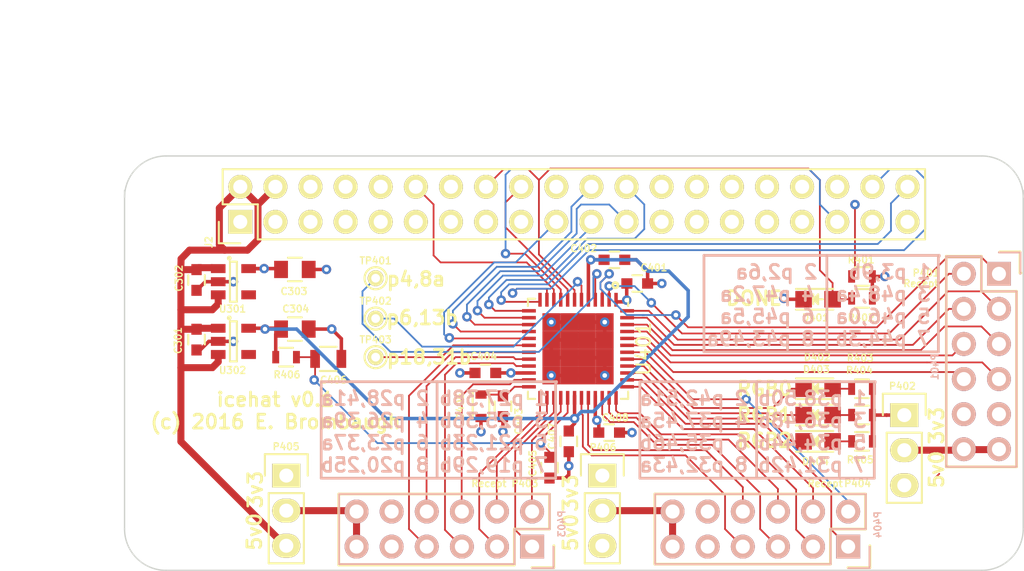
<source format=kicad_pcb>
(kicad_pcb (version 20171130) (host pcbnew "(5.1.12)-1")
  (layers (0 F.Cu signal) (1 In1.Cu signal) (2 In2.Cu signal) (31 B.Cu signal) (34 B.Paste user) (35 F.Paste user) (36 B.SilkS user) (37 F.SilkS user) (38 B.Mask user) (39 F.Mask user) (44 Edge.Cuts user))
  (net 0 "")
  (net 1 "Net-(J2-Pad1)")
  (net 2 "Net-(J2-Pad3)")
  (net 3 "Net-(J2-Pad5)")
  (net 4 "Net-(J2-Pad7)")
  (net 5 "Net-(J2-Pad8)")
  (net 6 "Net-(J2-Pad10)")
  (net 7 "Net-(J2-Pad11)")
  (net 8 "Net-(J2-Pad13)")
  (net 9 "Net-(J2-Pad15)")
  (net 10 "Net-(J2-Pad17)")
  (net 11 "Net-(J2-Pad26)")
  (net 12 "Net-(J2-Pad27)")
  (net 13 "Net-(J2-Pad28)")
  (net 14 "Net-(J2-Pad29)")
  (net 15 "Net-(J2-Pad31)")
  (net 16 "Net-(J2-Pad32)")
  (net 17 "Net-(J2-Pad33)")
  (net 18 "Net-(J2-Pad36)")
  (net 19 "Net-(J2-Pad37)")
  (net 20 +5V)
  (net 21 GND)
  (net 22 +3V3)
  (net 23 +1V2)
  (net 24 "Net-(C403-Pad1)")
  (net 25 "Net-(C405-Pad1)")
  (net 26 GPIO23_CDN)
  (net 27 "Net-(D402-Pad2)")
  (net 28 "Net-(D402-Pad1)")
  (net 29 "Net-(D403-Pad2)")
  (net 30 "Net-(D403-Pad1)")
  (net 31 "Net-(D404-Pad2)")
  (net 32 "Net-(D404-Pad1)")
  (net 33 I2S_BCLK)
  (net 34 GPIO24_CRS)
  (net 35 SPI_MOSI)
  (net 36 SPI_MISO)
  (net 37 GPIO25_SS)
  (net 38 SPI_CLK)
  (net 39 SPI_CE0)
  (net 40 I2S_LRCK)
  (net 41 I2S_DI)
  (net 42 I2S_DO)
  (net 43 "Net-(P401-Pad1)")
  (net 44 "Net-(P401-Pad2)")
  (net 45 "Net-(P401-Pad3)")
  (net 46 "Net-(P401-Pad4)")
  (net 47 "Net-(P401-Pad5)")
  (net 48 "Net-(P401-Pad6)")
  (net 49 "Net-(P401-Pad7)")
  (net 50 "Net-(P401-Pad8)")
  (net 51 "Net-(P401-Pad11)")
  (net 52 "Net-(P403-Pad1)")
  (net 53 "Net-(P403-Pad2)")
  (net 54 "Net-(P403-Pad3)")
  (net 55 "Net-(P403-Pad4)")
  (net 56 "Net-(P403-Pad5)")
  (net 57 "Net-(P403-Pad6)")
  (net 58 "Net-(P403-Pad7)")
  (net 59 "Net-(P403-Pad8)")
  (net 60 "Net-(P403-Pad11)")
  (net 61 "Net-(P404-Pad1)")
  (net 62 "Net-(P404-Pad2)")
  (net 63 "Net-(P404-Pad3)")
  (net 64 "Net-(P404-Pad4)")
  (net 65 "Net-(P404-Pad5)")
  (net 66 "Net-(P404-Pad6)")
  (net 67 "Net-(P404-Pad7)")
  (net 68 "Net-(P404-Pad8)")
  (net 69 "Net-(P404-Pad11)")
  (net 70 "Net-(TP401-Pad1)")
  (net 71 "Net-(TP402-Pad1)")
  (net 72 "Net-(TP403-Pad1)")
  (net 73 "Net-(U301-Pad4)")
  (net 74 "Net-(U302-Pad4)")
  (module RPi_Hat:RPi_Hat_Mounting_Hole (layer F.Cu) (at 164.1 83.74)
    (fp_text reference "" hide)
    (fp_text value "" hide)
    (pad "" np_thru_hole circle (at 0 0) (size 2.75 2.75) (drill 2.75) (layers *.Cu *.Mask) (clearance 1.725))
  )
  (module RPi_Hat:RPi_Hat_Mounting_Hole (layer F.Cu) (at 164.1 106.74)
    (fp_text reference "" hide)
    (fp_text value "" hide)
    (pad "" np_thru_hole circle (at 0 0) (size 2.75 2.75) (drill 2.75) (layers *.Cu *.Mask) (clearance 1.725))
  )
  (module RPi_Hat:RPi_Hat_Mounting_Hole (layer F.Cu) (at 106.1 106.74)
    (fp_text reference "" hide)
    (fp_text value "" hide)
    (pad "" np_thru_hole circle (at 0 0) (size 2.75 2.75) (drill 2.75) (layers *.Cu *.Mask) (clearance 1.725))
  )
  (module RPi_Hat:RPi_Hat_Mounting_Hole (layer F.Cu) (at 106.1 83.74)
    (fp_text reference "" hide)
    (fp_text value "" hide)
    (pad "" np_thru_hole circle (at 0 0) (size 2.75 2.75) (drill 2.75) (layers *.Cu *.Mask) (clearance 1.725))
  )
  (module Capacitors_SMD:C_0603 (layer F.Cu) (at 107.807 93.535 270)
    (fp_text reference C301 (at 0.0635 1.3335 270) (layer F.SilkS) (effects (font (size 0.5 0.5) (thickness 0.1))))
    (fp_text value 1uf)
    (pad 1 smd rect (at -0.75 0 270) (size 0.8 0.75) (layers F.Cu F.Paste F.Mask) (net 20 +5V))
    (pad 2 smd rect (at 0.75 0 270) (size 0.8 0.75) (layers F.Cu F.Paste F.Mask) (net 21 GND))
  )
  (module Capacitors_SMD:C_0603 (layer F.Cu) (at 107.807 89.217 270)
    (fp_text reference C302 (at -0.127 1.27 270) (layer F.SilkS) (effects (font (size 0.5 0.5) (thickness 0.1))))
    (fp_text value 1uf)
    (pad 1 smd rect (at -0.75 0 270) (size 0.8 0.75) (layers F.Cu F.Paste F.Mask) (net 20 +5V))
    (pad 2 smd rect (at 0.75 0 270) (size 0.8 0.75) (layers F.Cu F.Paste F.Mask) (net 21 GND))
  )
  (module Capacitors_SMD:C_0805 (layer F.Cu) (at 114.919 88.455)
    (fp_text reference C303 (at -0.0635 1.5875) (layer F.SilkS) (effects (font (size 0.5 0.5) (thickness 0.1))))
    (fp_text value 10uf)
    (pad 1 smd rect (at -1 0) (size 1 1.25) (layers F.Cu F.Paste F.Mask) (net 22 +3V3))
    (pad 2 smd rect (at 1 0) (size 1 1.25) (layers F.Cu F.Paste F.Mask) (net 21 GND))
  )
  (module Capacitors_SMD:C_0805 (layer F.Cu) (at 114.919 92.773)
    (fp_text reference C304 (at 0.0635 -1.4605) (layer F.SilkS) (effects (font (size 0.5 0.5) (thickness 0.1))))
    (fp_text value 10uf)
    (pad 1 smd rect (at -1 0) (size 1 1.25) (layers F.Cu F.Paste F.Mask) (net 23 +1V2))
    (pad 2 smd rect (at 1 0) (size 1 1.25) (layers F.Cu F.Paste F.Mask) (net 21 GND))
  )
  (module Capacitors_SMD:C_0603 (layer F.Cu) (at 139.684 89.471)
    (fp_text reference C401 (at 1.2065 -1.143) (layer F.SilkS) (effects (font (size 0.5 0.5) (thickness 0.1))))
    (fp_text value 0.1uf)
    (pad 1 smd rect (at -0.75 0) (size 0.8 0.75) (layers F.Cu F.Paste F.Mask) (net 22 +3V3))
    (pad 2 smd rect (at 0.75 0) (size 0.8 0.75) (layers F.Cu F.Paste F.Mask) (net 21 GND))
  )
  (module Capacitors_SMD:C_0603 (layer F.Cu) (at 138.033 87.7565)
    (fp_text reference C402 (at -2.2225 -0.8255) (layer F.SilkS) (effects (font (size 0.5 0.5) (thickness 0.1))))
    (fp_text value 0.1uf)
    (pad 1 smd rect (at -0.75 0) (size 0.8 0.75) (layers F.Cu F.Paste F.Mask) (net 23 +1V2))
    (pad 2 smd rect (at 0.75 0) (size 0.8 0.75) (layers F.Cu F.Paste F.Mask) (net 21 GND))
  )
  (module Capacitors_SMD:C_0603 (layer F.Cu) (at 129.9685 98.361 270)
    (fp_text reference C403 (at 1.0795 -1.143 270) (layer F.SilkS) (effects (font (size 0.5 0.5) (thickness 0.1))))
    (fp_text value 0.1uf)
    (pad 1 smd rect (at -0.75 0 270) (size 0.8 0.75) (layers F.Cu F.Paste F.Mask) (net 24 "Net-(C403-Pad1)"))
    (pad 2 smd rect (at 0.75 0 270) (size 0.8 0.75) (layers F.Cu F.Paste F.Mask) (net 21 GND))
  )
  (module Capacitors_SMD:C_0603 (layer F.Cu) (at 128.6985 95.948 180)
    (fp_text reference C404 (at 0.127 1.2065 180) (layer F.SilkS) (effects (font (size 0.5 0.5) (thickness 0.1))))
    (fp_text value 0.1uf)
    (pad 1 smd rect (at -0.75 0 180) (size 0.8 0.75) (layers F.Cu F.Paste F.Mask) (net 22 +3V3))
    (pad 2 smd rect (at 0.75 0 180) (size 0.8 0.75) (layers F.Cu F.Paste F.Mask) (net 21 GND))
  )
  (module Capacitors_SMD:C_0603 (layer F.Cu) (at 133.334 102.806 270)
    (fp_text reference C405 (at -0.3175 1.2065 270) (layer F.SilkS) (effects (font (size 0.5 0.5) (thickness 0.1))))
    (fp_text value 0.1uf)
    (pad 1 smd rect (at -0.75 0 270) (size 0.8 0.75) (layers F.Cu F.Paste F.Mask) (net 25 "Net-(C405-Pad1)"))
    (pad 2 smd rect (at 0.75 0 270) (size 0.8 0.75) (layers F.Cu F.Paste F.Mask) (net 21 GND))
  )
  (module Resistors_SMD:R_0805 (layer F.Cu) (at 117.332 94.932)
    (fp_text reference C406 (at 0.381 1.524) (layer F.SilkS) (effects (font (size 0.5 0.5) (thickness 0.1))))
    (fp_text value 10uf)
    (pad 1 smd rect (at -0.95 0) (size 0.7 1.3) (layers F.Cu F.Paste F.Mask) (net 25 "Net-(C405-Pad1)"))
    (pad 2 smd rect (at 0.95 0) (size 0.7 1.3) (layers F.Cu F.Paste F.Mask) (net 21 GND))
  )
  (module Capacitors_SMD:C_0603 (layer F.Cu) (at 134.731 100.901 270)
    (fp_text reference C407 (at -0.381 1.2065 270) (layer F.SilkS) (effects (font (size 0.5 0.5) (thickness 0.1))))
    (fp_text value 0.1uf)
    (pad 1 smd rect (at -0.75 0 270) (size 0.8 0.75) (layers F.Cu F.Paste F.Mask) (net 23 +1V2))
    (pad 2 smd rect (at 0.75 0 270) (size 0.8 0.75) (layers F.Cu F.Paste F.Mask) (net 21 GND))
  )
  (module Capacitors_SMD:C_0603 (layer F.Cu) (at 137.652 100.266)
    (fp_text reference C408 (at 0.4445 -1.0795) (layer F.SilkS) (effects (font (size 0.5 0.5) (thickness 0.1))))
    (fp_text value 0.1uf)
    (pad 1 smd rect (at -0.75 0) (size 0.8 0.75) (layers F.Cu F.Paste F.Mask) (net 22 +3V3))
    (pad 2 smd rect (at 0.75 0) (size 0.8 0.75) (layers F.Cu F.Paste F.Mask) (net 21 GND))
  )
  (module LEDs:LED_0805 (layer F.Cu) (at 152.765 90.614)
    (fp_text reference D401 (at -0.1905 1.3335) (layer F.SilkS) (effects (font (size 0.5 0.5) (thickness 0.1))))
    (fp_text value LED)
    (pad 2 smd rect (at 1.04902 0 180) (size 1.19888 1.19888) (layers F.Cu F.Paste F.Mask) (net 26 GPIO23_CDN))
    (pad 1 smd rect (at -1.04902 0 180) (size 1.19888 1.19888) (layers F.Cu F.Paste F.Mask) (net 21 GND))
  )
  (module LEDs:LED_0805 (layer F.Cu) (at 152.765 97.091)
    (fp_text reference D402 (at -0.0635 -2.286) (layer F.SilkS) (effects (font (size 0.5 0.5) (thickness 0.1))))
    (fp_text value LED)
    (pad 2 smd rect (at 1.04902 0 180) (size 1.19888 1.19888) (layers F.Cu F.Paste F.Mask) (net 27 "Net-(D402-Pad2)"))
    (pad 1 smd rect (at -1.04902 0 180) (size 1.19888 1.19888) (layers F.Cu F.Paste F.Mask) (net 28 "Net-(D402-Pad1)"))
  )
  (module LEDs:LED_0805 (layer F.Cu) (at 152.765 98.996)
    (fp_text reference D403 (at -0.127 -3.302) (layer F.SilkS) (effects (font (size 0.5 0.5) (thickness 0.1))))
    (fp_text value LED)
    (pad 2 smd rect (at 1.04902 0 180) (size 1.19888 1.19888) (layers F.Cu F.Paste F.Mask) (net 29 "Net-(D403-Pad2)"))
    (pad 1 smd rect (at -1.04902 0 180) (size 1.19888 1.19888) (layers F.Cu F.Paste F.Mask) (net 30 "Net-(D403-Pad1)"))
  )
  (module LEDs:LED_0805 (layer F.Cu) (at 152.765 100.901)
    (fp_text reference D404 (at -0.1905 1.4605) (layer F.SilkS) (effects (font (size 0.5 0.5) (thickness 0.1))))
    (fp_text value LED)
    (pad 2 smd rect (at 1.04902 0 180) (size 1.19888 1.19888) (layers F.Cu F.Paste F.Mask) (net 31 "Net-(D404-Pad2)"))
    (pad 1 smd rect (at -1.04902 0 180) (size 1.19888 1.19888) (layers F.Cu F.Paste F.Mask) (net 32 "Net-(D404-Pad1)"))
  )
  (module Diodes_SMD:D_0603 (layer F.Cu) (at 128.381 98.361 270)
    (fp_text reference D405 (at 0 1.5 270) (layer F.SilkS) (effects (font (size 0.5 0.5) (thickness 0.1))))
    (fp_text value D)
    (pad 1 smd rect (at -0.85 0 270) (size 0.6 0.8) (layers F.Cu F.Paste F.Mask) (net 24 "Net-(C403-Pad1)"))
    (pad 2 smd rect (at 0.85 0 270) (size 0.6 0.8) (layers F.Cu F.Paste F.Mask) (net 22 +3V3))
  )
  (module Pin_Headers:Pin_Header_Straight_2x06 (layer B.Cu) (at 165.846 88.7725 180)
    (fp_text reference P401 (at 4.6355 -6.731 270) (layer B.SilkS) (effects (font (size 0.5 0.5) (thickness 0.1)) (justify mirror)))
    (fp_text value CONN_02X06)
    (pad 1 thru_hole rect (at 0 0 180) (size 1.7272 1.7272) (drill 1.016) (layers *.Cu *.Mask B.SilkS) (net 43 "Net-(P401-Pad1)"))
    (pad 2 thru_hole oval (at 2.54 0 180) (size 1.7272 1.7272) (drill 1.016) (layers *.Cu *.Mask B.SilkS) (net 44 "Net-(P401-Pad2)"))
    (pad 3 thru_hole oval (at 0 -2.54 180) (size 1.7272 1.7272) (drill 1.016) (layers *.Cu *.Mask B.SilkS) (net 45 "Net-(P401-Pad3)"))
    (pad 4 thru_hole oval (at 2.54 -2.54 180) (size 1.7272 1.7272) (drill 1.016) (layers *.Cu *.Mask B.SilkS) (net 46 "Net-(P401-Pad4)"))
    (pad 5 thru_hole oval (at 0 -5.08 180) (size 1.7272 1.7272) (drill 1.016) (layers *.Cu *.Mask B.SilkS) (net 47 "Net-(P401-Pad5)"))
    (pad 6 thru_hole oval (at 2.54 -5.08 180) (size 1.7272 1.7272) (drill 1.016) (layers *.Cu *.Mask B.SilkS) (net 48 "Net-(P401-Pad6)"))
    (pad 7 thru_hole oval (at 0 -7.62 180) (size 1.7272 1.7272) (drill 1.016) (layers *.Cu *.Mask B.SilkS) (net 49 "Net-(P401-Pad7)"))
    (pad 8 thru_hole oval (at 2.54 -7.62 180) (size 1.7272 1.7272) (drill 1.016) (layers *.Cu *.Mask B.SilkS) (net 50 "Net-(P401-Pad8)"))
    (pad 9 thru_hole oval (at 0 -10.16 180) (size 1.7272 1.7272) (drill 1.016) (layers *.Cu *.Mask B.SilkS) (net 21 GND))
    (pad 10 thru_hole oval (at 2.54 -10.16 180) (size 1.7272 1.7272) (drill 1.016) (layers *.Cu *.Mask B.SilkS) (net 21 GND))
    (pad 11 thru_hole oval (at 0 -12.7 180) (size 1.7272 1.7272) (drill 1.016) (layers *.Cu *.Mask B.SilkS) (net 51 "Net-(P401-Pad11)"))
    (pad 12 thru_hole oval (at 2.54 -12.7 180) (size 1.7272 1.7272) (drill 1.016) (layers *.Cu *.Mask B.SilkS) (net 51 "Net-(P401-Pad11)"))
  )
  (module Pin_Headers:Pin_Header_Straight_1x03 (layer F.Cu) (at 159 99)
    (fp_text reference P402 (at -0.139 -2.0995) (layer F.SilkS) (effects (font (size 0.5 0.5) (thickness 0.1))))
    (fp_text value CONN_01X03)
    (pad 1 thru_hole rect (at 0 0) (size 2.032 1.7272) (drill 1.016) (layers *.Cu *.Mask F.SilkS) (net 22 +3V3))
    (pad 2 thru_hole oval (at 0 2.54) (size 2.032 1.7272) (drill 1.016) (layers *.Cu *.Mask F.SilkS) (net 51 "Net-(P401-Pad11)"))
    (pad 3 thru_hole oval (at 0 5.08) (size 2.032 1.7272) (drill 1.016) (layers *.Cu *.Mask F.SilkS) (net 20 +5V))
  )
  (module Pin_Headers:Pin_Header_Straight_2x06 (layer B.Cu) (at 132.08 108.521 90)
    (fp_text reference P403 (at 1.651 2.143 90) (layer B.SilkS) (effects (font (size 0.5 0.5) (thickness 0.1)) (justify mirror)))
    (fp_text value CONN_02X06)
    (pad 1 thru_hole rect (at 0 0 90) (size 1.7272 1.7272) (drill 1.016) (layers *.Cu *.Mask B.SilkS) (net 52 "Net-(P403-Pad1)"))
    (pad 2 thru_hole oval (at 2.54 0 90) (size 1.7272 1.7272) (drill 1.016) (layers *.Cu *.Mask B.SilkS) (net 53 "Net-(P403-Pad2)"))
    (pad 3 thru_hole oval (at 0 -2.54 90) (size 1.7272 1.7272) (drill 1.016) (layers *.Cu *.Mask B.SilkS) (net 54 "Net-(P403-Pad3)"))
    (pad 4 thru_hole oval (at 2.54 -2.54 90) (size 1.7272 1.7272) (drill 1.016) (layers *.Cu *.Mask B.SilkS) (net 55 "Net-(P403-Pad4)"))
    (pad 5 thru_hole oval (at 0 -5.08 90) (size 1.7272 1.7272) (drill 1.016) (layers *.Cu *.Mask B.SilkS) (net 56 "Net-(P403-Pad5)"))
    (pad 6 thru_hole oval (at 2.54 -5.08 90) (size 1.7272 1.7272) (drill 1.016) (layers *.Cu *.Mask B.SilkS) (net 57 "Net-(P403-Pad6)"))
    (pad 7 thru_hole oval (at 0 -7.62 90) (size 1.7272 1.7272) (drill 1.016) (layers *.Cu *.Mask B.SilkS) (net 58 "Net-(P403-Pad7)"))
    (pad 8 thru_hole oval (at 2.54 -7.62 90) (size 1.7272 1.7272) (drill 1.016) (layers *.Cu *.Mask B.SilkS) (net 59 "Net-(P403-Pad8)"))
    (pad 9 thru_hole oval (at 0 -10.16 90) (size 1.7272 1.7272) (drill 1.016) (layers *.Cu *.Mask B.SilkS) (net 21 GND))
    (pad 10 thru_hole oval (at 2.54 -10.16 90) (size 1.7272 1.7272) (drill 1.016) (layers *.Cu *.Mask B.SilkS) (net 21 GND))
    (pad 11 thru_hole oval (at 0 -12.7 90) (size 1.7272 1.7272) (drill 1.016) (layers *.Cu *.Mask B.SilkS) (net 60 "Net-(P403-Pad11)"))
    (pad 12 thru_hole oval (at 2.54 -12.7 90) (size 1.7272 1.7272) (drill 1.016) (layers *.Cu *.Mask B.SilkS) (net 60 "Net-(P403-Pad11)"))
  )
  (module Pin_Headers:Pin_Header_Straight_2x06 (layer B.Cu) (at 154.94 108.521 90)
    (fp_text reference P404 (at 1.5875 2.143 90) (layer B.SilkS) (effects (font (size 0.5 0.5) (thickness 0.1)) (justify mirror)))
    (fp_text value CONN_02X06)
    (pad 1 thru_hole rect (at 0 0 90) (size 1.7272 1.7272) (drill 1.016) (layers *.Cu *.Mask B.SilkS) (net 61 "Net-(P404-Pad1)"))
    (pad 2 thru_hole oval (at 2.54 0 90) (size 1.7272 1.7272) (drill 1.016) (layers *.Cu *.Mask B.SilkS) (net 62 "Net-(P404-Pad2)"))
    (pad 3 thru_hole oval (at 0 -2.54 90) (size 1.7272 1.7272) (drill 1.016) (layers *.Cu *.Mask B.SilkS) (net 63 "Net-(P404-Pad3)"))
    (pad 4 thru_hole oval (at 2.54 -2.54 90) (size 1.7272 1.7272) (drill 1.016) (layers *.Cu *.Mask B.SilkS) (net 64 "Net-(P404-Pad4)"))
    (pad 5 thru_hole oval (at 0 -5.08 90) (size 1.7272 1.7272) (drill 1.016) (layers *.Cu *.Mask B.SilkS) (net 65 "Net-(P404-Pad5)"))
    (pad 6 thru_hole oval (at 2.54 -5.08 90) (size 1.7272 1.7272) (drill 1.016) (layers *.Cu *.Mask B.SilkS) (net 66 "Net-(P404-Pad6)"))
    (pad 7 thru_hole oval (at 0 -7.62 90) (size 1.7272 1.7272) (drill 1.016) (layers *.Cu *.Mask B.SilkS) (net 67 "Net-(P404-Pad7)"))
    (pad 8 thru_hole oval (at 2.54 -7.62 90) (size 1.7272 1.7272) (drill 1.016) (layers *.Cu *.Mask B.SilkS) (net 68 "Net-(P404-Pad8)"))
    (pad 9 thru_hole oval (at 0 -10.16 90) (size 1.7272 1.7272) (drill 1.016) (layers *.Cu *.Mask B.SilkS) (net 21 GND))
    (pad 10 thru_hole oval (at 2.54 -10.16 90) (size 1.7272 1.7272) (drill 1.016) (layers *.Cu *.Mask B.SilkS) (net 21 GND))
    (pad 11 thru_hole oval (at 0 -12.7 90) (size 1.7272 1.7272) (drill 1.016) (layers *.Cu *.Mask B.SilkS) (net 69 "Net-(P404-Pad11)"))
    (pad 12 thru_hole oval (at 2.54 -12.7 90) (size 1.7272 1.7272) (drill 1.016) (layers *.Cu *.Mask B.SilkS) (net 69 "Net-(P404-Pad11)"))
  )
  (module Pin_Headers:Pin_Header_Straight_1x03 (layer F.Cu) (at 114.3 103.378)
    (fp_text reference P405 (at -0.016 -2.096 180) (layer F.SilkS) (effects (font (size 0.5 0.5) (thickness 0.1))))
    (fp_text value CONN_01X03)
    (pad 1 thru_hole rect (at 0 0) (size 2.032 1.7272) (drill 1.016) (layers *.Cu *.Mask F.SilkS) (net 22 +3V3))
    (pad 2 thru_hole oval (at 0 2.54) (size 2.032 1.7272) (drill 1.016) (layers *.Cu *.Mask F.SilkS) (net 60 "Net-(P403-Pad11)"))
    (pad 3 thru_hole oval (at 0 5.08) (size 2.032 1.7272) (drill 1.016) (layers *.Cu *.Mask F.SilkS) (net 20 +5V))
  )
  (module Pin_Headers:Pin_Header_Straight_1x03 (layer F.Cu) (at 137.16 103.378)
    (fp_text reference P406 (at 0.0475 -2.0325) (layer F.SilkS) (effects (font (size 0.5 0.5) (thickness 0.1))))
    (fp_text value CONN_01X03)
    (pad 1 thru_hole rect (at 0 0) (size 2.032 1.7272) (drill 1.016) (layers *.Cu *.Mask F.SilkS) (net 22 +3V3))
    (pad 2 thru_hole oval (at 0 2.54) (size 2.032 1.7272) (drill 1.016) (layers *.Cu *.Mask F.SilkS) (net 69 "Net-(P404-Pad11)"))
    (pad 3 thru_hole oval (at 0 5.08) (size 2.032 1.7272) (drill 1.016) (layers *.Cu *.Mask F.SilkS) (net 20 +5V))
  )
  (module Resistors_SMD:R_0603 (layer F.Cu) (at 155.94 88.963 180)
    (fp_text reference R401 (at 0.0635 1.2065 180) (layer F.SilkS) (effects (font (size 0.5 0.5) (thickness 0.1))))
    (fp_text value 10k)
    (pad 1 smd rect (at -0.75 0 180) (size 0.5 0.9) (layers F.Cu F.Paste F.Mask) (net 22 +3V3))
    (pad 2 smd rect (at 0.75 0 180) (size 0.5 0.9) (layers F.Cu F.Paste F.Mask) (net 34 GPIO24_CRS))
  )
  (module Resistors_SMD:R_0603 (layer F.Cu) (at 155.94 90.5505 180)
    (fp_text reference R402 (at 0.0635 -1.397 180) (layer F.SilkS) (effects (font (size 0.5 0.5) (thickness 0.1))))
    (fp_text value 2.2k)
    (pad 1 smd rect (at -0.75 0 180) (size 0.5 0.9) (layers F.Cu F.Paste F.Mask) (net 22 +3V3))
    (pad 2 smd rect (at 0.75 0 180) (size 0.5 0.9) (layers F.Cu F.Paste F.Mask) (net 26 GPIO23_CDN))
  )
  (module Resistors_SMD:R_0603 (layer F.Cu) (at 155.94 97.091 180)
    (fp_text reference R403 (at 0.127 2.2225 180) (layer F.SilkS) (effects (font (size 0.5 0.5) (thickness 0.1))))
    (fp_text value 2.2k)
    (pad 1 smd rect (at -0.75 0 180) (size 0.5 0.9) (layers F.Cu F.Paste F.Mask) (net 22 +3V3))
    (pad 2 smd rect (at 0.75 0 180) (size 0.5 0.9) (layers F.Cu F.Paste F.Mask) (net 27 "Net-(D402-Pad2)"))
  )
  (module Resistors_SMD:R_0603 (layer F.Cu) (at 155.94 98.996 180)
    (fp_text reference R404 (at 0.1905 3.2385 180) (layer F.SilkS) (effects (font (size 0.5 0.5) (thickness 0.1))))
    (fp_text value 2.2k)
    (pad 1 smd rect (at -0.75 0 180) (size 0.5 0.9) (layers F.Cu F.Paste F.Mask) (net 22 +3V3))
    (pad 2 smd rect (at 0.75 0 180) (size 0.5 0.9) (layers F.Cu F.Paste F.Mask) (net 29 "Net-(D403-Pad2)"))
  )
  (module Resistors_SMD:R_0603 (layer F.Cu) (at 155.94 100.901 180)
    (fp_text reference R405 (at 0.127 -1.3335 180) (layer F.SilkS) (effects (font (size 0.5 0.5) (thickness 0.1))))
    (fp_text value 2.2k)
    (pad 1 smd rect (at -0.75 0 180) (size 0.5 0.9) (layers F.Cu F.Paste F.Mask) (net 22 +3V3))
    (pad 2 smd rect (at 0.75 0 180) (size 0.5 0.9) (layers F.Cu F.Paste F.Mask) (net 31 "Net-(D404-Pad2)"))
  )
  (module Resistors_SMD:R_0603 (layer F.Cu) (at 114.284 94.805 180)
    (fp_text reference R406 (at -0.0635 -1.27 180) (layer F.SilkS) (effects (font (size 0.5 0.5) (thickness 0.1))))
    (fp_text value 10k)
    (pad 1 smd rect (at -0.75 0 180) (size 0.5 0.9) (layers F.Cu F.Paste F.Mask) (net 25 "Net-(C405-Pad1)"))
    (pad 2 smd rect (at 0.75 0 180) (size 0.5 0.9) (layers F.Cu F.Paste F.Mask) (net 23 +1V2))
  )
  (module TO_SOT_Packages_SMD:SOT-23-5 (layer F.Cu) (at 110.474 89.344)
    (fp_text reference U301 (at -0.0635 1.9685) (layer F.SilkS) (effects (font (size 0.5 0.5) (thickness 0.1))))
    (fp_text value MCP1802-3.3)
    (pad 1 smd rect (at -1.1 -0.95) (size 1.06 0.65) (layers F.Cu F.Paste F.Mask) (net 20 +5V))
    (pad 2 smd rect (at -1.1 0) (size 1.06 0.65) (layers F.Cu F.Paste F.Mask) (net 21 GND))
    (pad 3 smd rect (at -1.1 0.95) (size 1.06 0.65) (layers F.Cu F.Paste F.Mask) (net 20 +5V))
    (pad 4 smd rect (at 1.1 0.95) (size 1.06 0.65) (layers F.Cu F.Paste F.Mask) (net 73 "Net-(U301-Pad4)"))
    (pad 5 smd rect (at 1.1 -0.95) (size 1.06 0.65) (layers F.Cu F.Paste F.Mask) (net 22 +3V3))
  )
  (module TO_SOT_Packages_SMD:SOT-23-5 (layer F.Cu) (at 110.474 93.662)
    (fp_text reference U302 (at -0.0635 2.0955) (layer F.SilkS) (effects (font (size 0.5 0.5) (thickness 0.1))))
    (fp_text value MCP1802-1.2)
    (pad 1 smd rect (at -1.1 -0.95) (size 1.06 0.65) (layers F.Cu F.Paste F.Mask) (net 20 +5V))
    (pad 2 smd rect (at -1.1 0) (size 1.06 0.65) (layers F.Cu F.Paste F.Mask) (net 21 GND))
    (pad 3 smd rect (at -1.1 0.95) (size 1.06 0.65) (layers F.Cu F.Paste F.Mask) (net 20 +5V))
    (pad 4 smd rect (at 1.1 0.95) (size 1.06 0.65) (layers F.Cu F.Paste F.Mask) (net 74 "Net-(U302-Pad4)"))
    (pad 5 smd rect (at 1.1 -0.95) (size 1.06 0.65) (layers F.Cu F.Paste F.Mask) (net 23 +1V2))
  )
  (module Connect:PINTST (layer F.Cu) (at 120.761 89.09)
    (fp_text reference TP401 (at 0 -1.26746) (layer F.SilkS) (effects (font (size 0.5 0.5) (thickness 0.1))))
    (fp_text value CONN_01X01)
    (pad 1 thru_hole circle (at 0 0) (size 1.143 1.143) (drill 0.635) (layers *.Cu *.Mask F.SilkS) (net 70 "Net-(TP401-Pad1)"))
  )
  (module Connect:PINTST (layer F.Cu) (at 120.761 92.011)
    (fp_text reference TP402 (at 0 -1.26746) (layer F.SilkS) (effects (font (size 0.5 0.5) (thickness 0.1))))
    (fp_text value CONN_01X01)
    (pad 1 thru_hole circle (at 0 0) (size 1.143 1.143) (drill 0.635) (layers *.Cu *.Mask F.SilkS) (net 71 "Net-(TP402-Pad1)"))
  )
  (module Connect:PINTST (layer F.Cu) (at 120.761 94.805)
    (fp_text reference TP403 (at 0 -1.26746) (layer F.SilkS) (effects (font (size 0.5 0.5) (thickness 0.1))))
    (fp_text value CONN_01X01)
    (pad 1 thru_hole circle (at 0 0) (size 1.143 1.143) (drill 0.635) (layers *.Cu *.Mask F.SilkS) (net 72 "Net-(TP403-Pad1)"))
  )
  (module emeb:Pin_Header_Straight_2x20 (layer F.Cu) (at 135.1 83.74 90)
    (fp_text reference J2 (at -2.7465 -26.404 270) (layer F.SilkS) (effects (font (size 0.5 0.5) (thickness 0.1))))
    (fp_text value RPi_GPIO)
    (pad 1 thru_hole rect (at -1.27 -24.13 90) (size 1.7272 1.7272) (drill 1.016) (layers *.Cu *.Mask F.SilkS) (net 1 "Net-(J2-Pad1)"))
    (pad 2 thru_hole oval (at 1.27 -24.13 90) (size 1.7272 1.7272) (drill 1.016) (layers *.Cu *.Mask F.SilkS) (net 20 +5V))
    (pad 3 thru_hole oval (at -1.27 -21.59 90) (size 1.7272 1.7272) (drill 1.016) (layers *.Cu *.Mask F.SilkS) (net 2 "Net-(J2-Pad3)"))
    (pad 4 thru_hole oval (at 1.27 -21.59 90) (size 1.7272 1.7272) (drill 1.016) (layers *.Cu *.Mask F.SilkS) (net 20 +5V))
    (pad 5 thru_hole oval (at -1.27 -19.05 90) (size 1.7272 1.7272) (drill 1.016) (layers *.Cu *.Mask F.SilkS) (net 3 "Net-(J2-Pad5)"))
    (pad 6 thru_hole oval (at 1.27 -19.05 90) (size 1.7272 1.7272) (drill 1.016) (layers *.Cu *.Mask F.SilkS) (net 21 GND))
    (pad 7 thru_hole oval (at -1.27 -16.51 90) (size 1.7272 1.7272) (drill 1.016) (layers *.Cu *.Mask F.SilkS) (net 4 "Net-(J2-Pad7)"))
    (pad 8 thru_hole oval (at 1.27 -16.51 90) (size 1.7272 1.7272) (drill 1.016) (layers *.Cu *.Mask F.SilkS) (net 5 "Net-(J2-Pad8)"))
    (pad 9 thru_hole oval (at -1.27 -13.97 90) (size 1.7272 1.7272) (drill 1.016) (layers *.Cu *.Mask F.SilkS) (net 21 GND))
    (pad 10 thru_hole oval (at 1.27 -13.97 90) (size 1.7272 1.7272) (drill 1.016) (layers *.Cu *.Mask F.SilkS) (net 6 "Net-(J2-Pad10)"))
    (pad 11 thru_hole oval (at -1.27 -11.43 90) (size 1.7272 1.7272) (drill 1.016) (layers *.Cu *.Mask F.SilkS) (net 7 "Net-(J2-Pad11)"))
    (pad 12 thru_hole oval (at 1.27 -11.43 90) (size 1.7272 1.7272) (drill 1.016) (layers *.Cu *.Mask F.SilkS) (net 33 I2S_BCLK))
    (pad 13 thru_hole oval (at -1.27 -8.89 90) (size 1.7272 1.7272) (drill 1.016) (layers *.Cu *.Mask F.SilkS) (net 8 "Net-(J2-Pad13)"))
    (pad 14 thru_hole oval (at 1.27 -8.89 90) (size 1.7272 1.7272) (drill 1.016) (layers *.Cu *.Mask F.SilkS) (net 21 GND))
    (pad 15 thru_hole oval (at -1.27 -6.35 90) (size 1.7272 1.7272) (drill 1.016) (layers *.Cu *.Mask F.SilkS) (net 9 "Net-(J2-Pad15)"))
    (pad 16 thru_hole oval (at 1.27 -6.35 90) (size 1.7272 1.7272) (drill 1.016) (layers *.Cu *.Mask F.SilkS) (net 26 GPIO23_CDN))
    (pad 17 thru_hole oval (at -1.27 -3.81 90) (size 1.7272 1.7272) (drill 1.016) (layers *.Cu *.Mask F.SilkS) (net 10 "Net-(J2-Pad17)"))
    (pad 18 thru_hole oval (at 1.27 -3.81 90) (size 1.7272 1.7272) (drill 1.016) (layers *.Cu *.Mask F.SilkS) (net 34 GPIO24_CRS))
    (pad 19 thru_hole oval (at -1.27 -1.27 90) (size 1.7272 1.7272) (drill 1.016) (layers *.Cu *.Mask F.SilkS) (net 35 SPI_MOSI))
    (pad 20 thru_hole oval (at 1.27 -1.27 90) (size 1.7272 1.7272) (drill 1.016) (layers *.Cu *.Mask F.SilkS) (net 21 GND))
    (pad 21 thru_hole oval (at -1.27 1.27 90) (size 1.7272 1.7272) (drill 1.016) (layers *.Cu *.Mask F.SilkS) (net 36 SPI_MISO))
    (pad 22 thru_hole oval (at 1.27 1.27 90) (size 1.7272 1.7272) (drill 1.016) (layers *.Cu *.Mask F.SilkS) (net 37 GPIO25_SS))
    (pad 23 thru_hole oval (at -1.27 3.81 90) (size 1.7272 1.7272) (drill 1.016) (layers *.Cu *.Mask F.SilkS) (net 38 SPI_CLK))
    (pad 24 thru_hole oval (at 1.27 3.81 90) (size 1.7272 1.7272) (drill 1.016) (layers *.Cu *.Mask F.SilkS) (net 39 SPI_CE0))
    (pad 25 thru_hole oval (at -1.27 6.35 90) (size 1.7272 1.7272) (drill 1.016) (layers *.Cu *.Mask F.SilkS) (net 21 GND))
    (pad 26 thru_hole oval (at 1.27 6.35 90) (size 1.7272 1.7272) (drill 1.016) (layers *.Cu *.Mask F.SilkS) (net 11 "Net-(J2-Pad26)"))
    (pad 27 thru_hole oval (at -1.27 8.89 90) (size 1.7272 1.7272) (drill 1.016) (layers *.Cu *.Mask F.SilkS) (net 12 "Net-(J2-Pad27)"))
    (pad 28 thru_hole oval (at 1.27 8.89 90) (size 1.7272 1.7272) (drill 1.016) (layers *.Cu *.Mask F.SilkS) (net 13 "Net-(J2-Pad28)"))
    (pad 29 thru_hole oval (at -1.27 11.43 90) (size 1.7272 1.7272) (drill 1.016) (layers *.Cu *.Mask F.SilkS) (net 14 "Net-(J2-Pad29)"))
    (pad 30 thru_hole oval (at 1.27 11.43 90) (size 1.7272 1.7272) (drill 1.016) (layers *.Cu *.Mask F.SilkS) (net 21 GND))
    (pad 31 thru_hole oval (at -1.27 13.97 90) (size 1.7272 1.7272) (drill 1.016) (layers *.Cu *.Mask F.SilkS) (net 15 "Net-(J2-Pad31)"))
    (pad 32 thru_hole oval (at 1.27 13.97 90) (size 1.7272 1.7272) (drill 1.016) (layers *.Cu *.Mask F.SilkS) (net 16 "Net-(J2-Pad32)"))
    (pad 33 thru_hole oval (at -1.27 16.51 90) (size 1.7272 1.7272) (drill 1.016) (layers *.Cu *.Mask F.SilkS) (net 17 "Net-(J2-Pad33)"))
    (pad 34 thru_hole oval (at 1.27 16.51 90) (size 1.7272 1.7272) (drill 1.016) (layers *.Cu *.Mask F.SilkS) (net 21 GND))
    (pad 35 thru_hole oval (at -1.27 19.05 90) (size 1.7272 1.7272) (drill 1.016) (layers *.Cu *.Mask F.SilkS) (net 40 I2S_LRCK))
    (pad 36 thru_hole oval (at 1.27 19.05 90) (size 1.7272 1.7272) (drill 1.016) (layers *.Cu *.Mask F.SilkS) (net 18 "Net-(J2-Pad36)"))
    (pad 37 thru_hole oval (at -1.27 21.59 90) (size 1.7272 1.7272) (drill 1.016) (layers *.Cu *.Mask F.SilkS) (net 19 "Net-(J2-Pad37)"))
    (pad 38 thru_hole oval (at 1.27 21.59 90) (size 1.7272 1.7272) (drill 1.016) (layers *.Cu *.Mask F.SilkS) (net 41 I2S_DI))
    (pad 39 thru_hole oval (at -1.27 24.13 90) (size 1.7272 1.7272) (drill 1.016) (layers *.Cu *.Mask F.SilkS) (net 21 GND))
    (pad 40 thru_hole oval (at 1.27 24.13 90) (size 1.7272 1.7272) (drill 1.016) (layers *.Cu *.Mask F.SilkS) (net 42 I2S_DO))
  )
  (module emeb:QFN-48-1EP_7x7mm_Pitch0.5mm_DIY_PADS (layer F.Cu) (at 135.4 94.2 270)
    (fp_text reference U401 (at 0 -4.75 270) (layer F.SilkS))
    (fp_text value ice5lp4k_sg48)
    (pad 1 smd rect (at -3.55 -2.75 270) (size 1 0.25) (layers F.Cu F.Paste F.Mask) (net 22 +3V3))
    (pad 2 smd rect (at -3.55 -2.25 270) (size 1 0.25) (layers F.Cu F.Paste F.Mask) (net 44 "Net-(P401-Pad2)"))
    (pad 3 smd rect (at -3.55 -1.75 270) (size 1 0.25) (layers F.Cu F.Paste F.Mask) (net 43 "Net-(P401-Pad1)"))
    (pad 4 smd rect (at -3.55 -1.25 270) (size 1 0.25) (layers F.Cu F.Paste F.Mask) (net 70 "Net-(TP401-Pad1)"))
    (pad 5 smd rect (at -3.55 -0.75 270) (size 1 0.25) (layers F.Cu F.Paste F.Mask) (net 23 +1V2))
    (pad 6 smd rect (at -3.55 -0.25 270) (size 1 0.25) (layers F.Cu F.Paste F.Mask) (net 71 "Net-(TP402-Pad1)"))
    (pad 7 smd rect (at -3.55 0.25 270) (size 1 0.25) (layers F.Cu F.Paste F.Mask) (net 26 GPIO23_CDN))
    (pad 8 smd rect (at -3.55 0.75 270) (size 1 0.25) (layers F.Cu F.Paste F.Mask) (net 34 GPIO24_CRS))
    (pad 9 smd rect (at -3.55 1.25 270) (size 1 0.25) (layers F.Cu F.Paste F.Mask) (net 40 I2S_LRCK))
    (pad 10 smd rect (at -3.55 1.75 270) (size 1 0.25) (layers F.Cu F.Paste F.Mask) (net 33 I2S_BCLK))
    (pad 11 smd rect (at -3.55 2.25 270) (size 1 0.25) (layers F.Cu F.Paste F.Mask) (net 41 I2S_DI))
    (pad 12 smd rect (at -3.55 2.75 270) (size 1 0.25) (layers F.Cu F.Paste F.Mask) (net 42 I2S_DO))
    (pad 13 smd rect (at -2.75 3.55) (size 1 0.25) (layers F.Cu F.Paste F.Mask) (net 39 SPI_CE0))
    (pad 14 smd rect (at -2.25 3.55) (size 1 0.25) (layers F.Cu F.Paste F.Mask) (net 36 SPI_MISO))
    (pad 15 smd rect (at -1.75 3.55) (size 1 0.25) (layers F.Cu F.Paste F.Mask) (net 38 SPI_CLK))
    (pad 16 smd rect (at -1.25 3.55) (size 1 0.25) (layers F.Cu F.Paste F.Mask) (net 37 GPIO25_SS))
    (pad 17 smd rect (at -0.75 3.55) (size 1 0.25) (layers F.Cu F.Paste F.Mask) (net 35 SPI_MOSI))
    (pad 18 smd rect (at -0.25 3.55) (size 1 0.25) (layers F.Cu F.Paste F.Mask) (net 72 "Net-(TP403-Pad1)"))
    (pad 19 smd rect (at 0.25 3.55) (size 1 0.25) (layers F.Cu F.Paste F.Mask) (net 58 "Net-(P403-Pad7)"))
    (pad 20 smd rect (at 0.75 3.55) (size 1 0.25) (layers F.Cu F.Paste F.Mask) (net 59 "Net-(P403-Pad8)"))
    (pad 21 smd rect (at 1.25 3.55) (size 1 0.25) (layers F.Cu F.Paste F.Mask) (net 56 "Net-(P403-Pad5)"))
    (pad 22 smd rect (at 1.75 3.55) (size 1 0.25) (layers F.Cu F.Paste F.Mask) (net 22 +3V3))
    (pad 23 smd rect (at 2.25 3.55) (size 1 0.25) (layers F.Cu F.Paste F.Mask) (net 57 "Net-(P403-Pad6)"))
    (pad 24 smd rect (at 2.75 3.55) (size 1 0.25) (layers F.Cu F.Paste F.Mask) (net 24 "Net-(C403-Pad1)"))
    (pad 25 smd rect (at 3.55 2.75 270) (size 1 0.25) (layers F.Cu F.Paste F.Mask) (net 54 "Net-(P403-Pad3)"))
    (pad 26 smd rect (at 3.55 2.25 270) (size 1 0.25) (layers F.Cu F.Paste F.Mask) (net 55 "Net-(P403-Pad4)"))
    (pad 27 smd rect (at 3.55 1.75 270) (size 1 0.25) (layers F.Cu F.Paste F.Mask) (net 52 "Net-(P403-Pad1)"))
    (pad 28 smd rect (at 3.55 1.25 270) (size 1 0.25) (layers F.Cu F.Paste F.Mask) (net 53 "Net-(P403-Pad2)"))
    (pad 29 smd rect (at 3.55 0.75 270) (size 1 0.25) (layers F.Cu F.Paste F.Mask) (net 25 "Net-(C405-Pad1)"))
    (pad 30 smd rect (at 3.55 0.25 270) (size 1 0.25) (layers F.Cu F.Paste F.Mask) (net 23 +1V2))
    (pad 31 smd rect (at 3.55 -0.25 270) (size 1 0.25) (layers F.Cu F.Paste F.Mask) (net 67 "Net-(P404-Pad7)"))
    (pad 32 smd rect (at 3.55 -0.75 270) (size 1 0.25) (layers F.Cu F.Paste F.Mask) (net 68 "Net-(P404-Pad8)"))
    (pad 33 smd rect (at 3.55 -1.25 270) (size 1 0.25) (layers F.Cu F.Paste F.Mask) (net 22 +3V3))
    (pad 34 smd rect (at 3.55 -1.75 270) (size 1 0.25) (layers F.Cu F.Paste F.Mask) (net 65 "Net-(P404-Pad5)"))
    (pad 35 smd rect (at 3.55 -2.25 270) (size 1 0.25) (layers F.Cu F.Paste F.Mask) (net 66 "Net-(P404-Pad6)"))
    (pad 36 smd rect (at 3.55 -2.75 270) (size 1 0.25) (layers F.Cu F.Paste F.Mask) (net 63 "Net-(P404-Pad3)"))
    (pad 37 smd rect (at 2.75 -3.55) (size 1 0.25) (layers F.Cu F.Paste F.Mask) (net 64 "Net-(P404-Pad4)"))
    (pad 38 smd rect (at 2.25 -3.55) (size 1 0.25) (layers F.Cu F.Paste F.Mask) (net 61 "Net-(P404-Pad1)"))
    (pad 39 smd rect (at 1.75 -3.55) (size 1 0.25) (layers F.Cu F.Paste F.Mask) (net 32 "Net-(D404-Pad1)"))
    (pad 40 smd rect (at 1.25 -3.55) (size 1 0.25) (layers F.Cu F.Paste F.Mask) (net 30 "Net-(D403-Pad1)"))
    (pad 41 smd rect (at 0.75 -3.55) (size 1 0.25) (layers F.Cu F.Paste F.Mask) (net 28 "Net-(D402-Pad1)"))
    (pad 42 smd rect (at 0.25 -3.55) (size 1 0.25) (layers F.Cu F.Paste F.Mask) (net 62 "Net-(P404-Pad2)"))
    (pad 43 smd rect (at -0.25 -3.55) (size 1 0.25) (layers F.Cu F.Paste F.Mask) (net 50 "Net-(P401-Pad8)"))
    (pad 44 smd rect (at -0.75 -3.55) (size 1 0.25) (layers F.Cu F.Paste F.Mask) (net 49 "Net-(P401-Pad7)"))
    (pad 45 smd rect (at -1.25 -3.55) (size 1 0.25) (layers F.Cu F.Paste F.Mask) (net 48 "Net-(P401-Pad6)"))
    (pad 46 smd rect (at -1.75 -3.55) (size 1 0.25) (layers F.Cu F.Paste F.Mask) (net 47 "Net-(P401-Pad5)"))
    (pad 47 smd rect (at -2.25 -3.55) (size 1 0.25) (layers F.Cu F.Paste F.Mask) (net 46 "Net-(P401-Pad4)"))
    (pad 48 smd rect (at -2.75 -3.55) (size 1 0.25) (layers F.Cu F.Paste F.Mask) (net 45 "Net-(P401-Pad3)"))
    (pad 49 smd rect (at 1.93125 1.93125 270) (size 1.2875 1.2875) (layers F.Cu F.Paste F.Mask) (net 21 GND))
    (pad 49 smd rect (at 1.93125 0.64375 270) (size 1.2875 1.2875) (layers F.Cu F.Paste F.Mask) (net 21 GND))
    (pad 49 smd rect (at 1.93125 -0.64375 270) (size 1.2875 1.2875) (layers F.Cu F.Paste F.Mask) (net 21 GND))
    (pad 49 smd rect (at 1.93125 -1.93125 270) (size 1.2875 1.2875) (layers F.Cu F.Paste F.Mask) (net 21 GND))
    (pad 49 smd rect (at 0.64375 1.93125 270) (size 1.2875 1.2875) (layers F.Cu F.Paste F.Mask) (net 21 GND))
    (pad 49 smd rect (at 0.64375 0.64375 270) (size 1.2875 1.2875) (layers F.Cu F.Paste F.Mask) (net 21 GND))
    (pad 49 smd rect (at 0.64375 -0.64375 270) (size 1.2875 1.2875) (layers F.Cu F.Paste F.Mask) (net 21 GND))
    (pad 49 smd rect (at 0.64375 -1.93125 270) (size 1.2875 1.2875) (layers F.Cu F.Paste F.Mask) (net 21 GND))
    (pad 49 smd rect (at -0.64375 1.93125 270) (size 1.2875 1.2875) (layers F.Cu F.Paste F.Mask) (net 21 GND))
    (pad 49 smd rect (at -0.64375 0.64375 270) (size 1.2875 1.2875) (layers F.Cu F.Paste F.Mask) (net 21 GND))
    (pad 49 smd rect (at -0.64375 -0.64375 270) (size 1.2875 1.2875) (layers F.Cu F.Paste F.Mask) (net 21 GND))
    (pad 49 smd rect (at -0.64375 -1.93125 270) (size 1.2875 1.2875) (layers F.Cu F.Paste F.Mask) (net 21 GND))
    (pad 49 smd rect (at -1.93125 1.93125 270) (size 1.2875 1.2875) (layers F.Cu F.Paste F.Mask) (net 21 GND))
    (pad 49 smd rect (at -1.93125 0.64375 270) (size 1.2875 1.2875) (layers F.Cu F.Paste F.Mask) (net 21 GND))
    (pad 49 smd rect (at -1.93125 -0.64375 270) (size 1.2875 1.2875) (layers F.Cu F.Paste F.Mask) (net 21 GND))
    (pad 49 smd rect (at -1.93125 -1.93125 270) (size 1.2875 1.2875) (layers F.Cu F.Paste F.Mask) (net 21 GND))
  )
  (gr_circle (center 138.0965 89.598) (end 138.16 89.6615) (layer F.SilkS) (width 0.2))
  (gr_text p18,31b (at 124.6345 94.805) (layer F.SilkS) (effects (font (size 1 1) (thickness 0.2))))
  (gr_text p6,13b (at 124.1265 91.9475) (layer F.SilkS) (effects (font (size 1 1) (thickness 0.2))))
  (gr_text p4,8a (at 123.682 89.1535) (layer F.SilkS) (effects (font (size 1 1) (thickness 0.2))))
  (gr_text Recept (at 128.9525 103.949) (layer F.SilkS) (effects (font (size 0.5 0.5) (thickness 0.1))))
  (gr_text Recept (at 153.273 103.949) (layer F.SilkS) (effects (font (size 0.5 0.5) (thickness 0.1))))
  (gr_text Recept (at 160.1945 89.471) (layer F.SilkS) (effects (font (size 0.5 0.5) (thickness 0.1))))
  (gr_text P401 (at 160.5755 88.709) (layer F.SilkS) (effects (font (size 0.5 0.5) (thickness 0.1))))
  (gr_text P403 (at 131.556 103.949) (layer F.SilkS) (effects (font (size 0.5 0.5) (thickness 0.1))))
  (gr_text P404 (at 155.6225 103.949) (layer F.SilkS) (effects (font (size 0.5 0.5) (thickness 0.1))))
  (gr_line (start 167.37 88.709) (end 167.4335 88.709) (angle 90) (layer F.SilkS) (width 0.2))
  (gr_line (start 167.37 87.185) (end 167.37 88.709) (angle 90) (layer F.SilkS) (width 0.2))
  (gr_line (start 165.9095 87.185) (end 167.37 87.185) (angle 90) (layer F.SilkS) (width 0.2))
  (gr_line (start 162.036 102.7425) (end 162.0995 102.679) (angle 90) (layer F.SilkS) (width 0.2))
  (gr_line (start 162.036 87.5025) (end 162.036 102.7425) (angle 90) (layer F.SilkS) (width 0.2))
  (gr_line (start 164.576 87.5025) (end 162.036 87.5025) (angle 90) (layer F.SilkS) (width 0.2))
  (gr_line (start 164.576 90.0425) (end 164.576 87.5025) (angle 90) (layer F.SilkS) (width 0.2))
  (gr_line (start 167.116 90.0425) (end 164.576 90.0425) (angle 90) (layer F.SilkS) (width 0.2))
  (gr_line (start 167.116 102.7425) (end 167.116 90.0425) (angle 90) (layer F.SilkS) (width 0.2))
  (gr_line (start 162.036 102.7425) (end 167.116 102.7425) (angle 90) (layer F.SilkS) (width 0.2))
  (gr_line (start 156.5115 110.045) (end 156.5115 108.4575) (angle 90) (layer F.SilkS) (width 0.2))
  (gr_line (start 154.924 110.045) (end 156.5115 110.045) (angle 90) (layer F.SilkS) (width 0.2))
  (gr_line (start 140.954 109.791) (end 140.954 109.6005) (angle 90) (layer F.SilkS) (width 0.2))
  (gr_line (start 153.654 109.791) (end 140.954 109.791) (angle 90) (layer F.SilkS) (width 0.2))
  (gr_line (start 153.654 107.251) (end 153.654 109.791) (angle 90) (layer F.SilkS) (width 0.2))
  (gr_line (start 156.194 107.251) (end 153.654 107.251) (angle 90) (layer F.SilkS) (width 0.2))
  (gr_line (start 156.194 104.711) (end 156.194 107.251) (angle 90) (layer F.SilkS) (width 0.2))
  (gr_line (start 140.954 104.711) (end 156.194 104.711) (angle 90) (layer F.SilkS) (width 0.2))
  (gr_line (start 140.954 109.791) (end 140.954 104.711) (angle 90) (layer F.SilkS) (width 0.2))
  (gr_line (start 133.6515 108.4575) (end 133.6515 108.521) (angle 90) (layer F.SilkS) (width 0.2))
  (gr_line (start 133.6515 110.045) (end 133.6515 108.4575) (angle 90) (layer F.SilkS) (width 0.2))
  (gr_line (start 132.064 110.045) (end 133.6515 110.045) (angle 90) (layer F.SilkS) (width 0.2))
  (gr_line (start 118.094 104.711) (end 118.221 104.711) (angle 90) (layer F.SilkS) (width 0.2))
  (gr_line (start 118.094 109.8545) (end 118.094 104.711) (angle 90) (layer F.SilkS) (width 0.2))
  (gr_line (start 130.794 109.8545) (end 118.094 109.8545) (angle 90) (layer F.SilkS) (width 0.2))
  (gr_line (start 130.794 107.251) (end 130.794 109.8545) (angle 90) (layer F.SilkS) (width 0.2))
  (gr_line (start 133.334 107.251) (end 130.794 107.251) (angle 90) (layer F.SilkS) (width 0.2))
  (gr_line (start 133.334 104.711) (end 133.334 107.251) (angle 90) (layer F.SilkS) (width 0.2))
  (gr_line (start 118.1575 104.711) (end 133.334 104.711) (angle 90) (layer F.SilkS) (width 0.2))
  (gr_line (start 125.206 96.583) (end 125.206 103.568) (angle 90) (layer B.SilkS) (width 0.2))
  (gr_line (start 133.842 96.583) (end 133.842 96.6465) (angle 90) (layer B.SilkS) (width 0.2))
  (gr_line (start 116.824 96.583) (end 133.842 96.583) (angle 90) (layer B.SilkS) (width 0.2))
  (gr_line (start 116.824 103.568) (end 116.824 96.583) (angle 90) (layer B.SilkS) (width 0.2))
  (gr_line (start 133.7785 103.568) (end 116.824 103.568) (angle 90) (layer B.SilkS) (width 0.2))
  (gr_line (start 133.7785 96.71) (end 133.7785 103.568) (angle 90) (layer B.SilkS) (width 0.2))
  (gr_text "1 p27,38b 2 p28,41a\n3 p25,36b 4 p26,39a\n5 p21,23b 6 p23,37a\n7 p19,29b 8 p20,25b" (at 133.334 100.2025) (layer B.SilkS) (effects (font (size 1 1) (thickness 0.2)) (justify left mirror)))
  (gr_text "1 p38,50b 2 p42,51a\n3 p36,48b 4 p37,45a\n5 p34,44b 6 p35,46b\n7 p31,42b 8 p32,43a" (at 156.3845 100.2025) (layer B.SilkS) (effects (font (size 1 1) (thickness 0.2)) (justify left mirror)))
  (gr_line (start 156.829 96.71) (end 156.829 103.568) (angle 90) (layer B.SilkS) (width 0.2))
  (gr_line (start 156.829 103.568) (end 139.8745 103.568) (angle 90) (layer B.SilkS) (width 0.2))
  (gr_line (start 139.8745 103.568) (end 139.8745 96.583) (angle 90) (layer B.SilkS) (width 0.2))
  (gr_line (start 139.8745 96.583) (end 156.8925 96.583) (angle 90) (layer B.SilkS) (width 0.2))
  (gr_line (start 156.8925 96.583) (end 156.8925 96.6465) (angle 90) (layer B.SilkS) (width 0.2))
  (gr_line (start 148.32 96.583) (end 148.32 103.568) (angle 90) (layer B.SilkS) (width 0.2))
  (gr_line (start 153.4 87.439) (end 153.4 94.424) (angle 90) (layer B.SilkS) (width 0.2))
  (gr_line (start 161.528 87.439) (end 161.528 87.5025) (angle 90) (layer B.SilkS) (width 0.2))
  (gr_line (start 144.51 87.439) (end 161.528 87.439) (angle 90) (layer B.SilkS) (width 0.2))
  (gr_line (start 144.51 94.424) (end 144.51 87.439) (angle 90) (layer B.SilkS) (width 0.2))
  (gr_line (start 161.4645 94.424) (end 144.51 94.424) (angle 90) (layer B.SilkS) (width 0.2))
  (gr_line (start 161.4645 87.566) (end 161.4645 94.424) (angle 90) (layer B.SilkS) (width 0.2))
  (gr_text "1 p3,9b   2 p2,6a\n3 p48,4a  4 p47,2a\n5 p46,0a  6 p45,5a\n7 p44,3b  8 p43,49a" (at 161.02 91.0585) (layer B.SilkS) (effects (font (size 1 1) (thickness 0.2)) (justify left mirror)))
  (gr_text 3v3 (at 161.3375 99.758 90) (layer F.SilkS) (effects (font (size 1 1) (thickness 0.2))))
  (gr_text 5v0 (at 161.3375 102.933 90) (layer F.SilkS) (effects (font (size 1 1) (thickness 0.2))))
  (gr_text 5v0 (at 134.858 107.505 90) (layer F.SilkS) (effects (font (size 1 1) (thickness 0.2))))
  (gr_text 3v3 (at 134.858 104.6475 90) (layer F.SilkS) (effects (font (size 1 1) (thickness 0.2))))
  (gr_text "icehat v0.1\n(c) 2016 E. Brombaugh" (at 113.522 98.6785) (layer F.SilkS) (effects (font (size 1 1) (thickness 0.2))))
  (gr_text 5v0 (at 111.998 107.4415 90) (layer F.SilkS) (effects (font (size 1 1) (thickness 0.2))))
  (gr_text 3v3 (at 112.0615 104.3935 90) (layer F.SilkS) (effects (font (size 1 1) (thickness 0.2))))
  (gr_text RGB2 (at 148.8915 100.8375) (layer F.SilkS) (effects (font (size 1 1) (thickness 0.2))))
  (gr_text RGB1 (at 148.8915 98.996) (layer F.SilkS) (effects (font (size 1 1) (thickness 0.2))))
  (gr_text RGB0 (at 148.8915 97.091) (layer F.SilkS) (effects (font (size 1 1) (thickness 0.2))))
  (gr_text DONE (at 148.1295 90.5505) (layer F.SilkS) (effects (font (size 1 1) (thickness 0.2))))
  (gr_arc (start 164.6 83.24) (end 164.6 80.24) (angle 90) (layer Edge.Cuts) (width 0.1))
  (gr_line (start 105.6 80.24) (end 164.6 80.24) (angle 90) (layer Edge.Cuts) (width 0.1))
  (gr_arc (start 105.6 83.24) (end 102.6 83.24) (angle 90) (layer Edge.Cuts) (width 0.1))
  (gr_arc (start 164.6 107.24) (end 167.6 107.24) (angle 90) (layer Edge.Cuts) (width 0.1))
  (gr_arc (start 105.6 107.24) (end 105.6 110.24) (angle 90) (layer Edge.Cuts) (width 0.1))
  (gr_line (start 102.6 82.74) (end 102.6 107.24) (layer Edge.Cuts) (width 0.1))
  (gr_line (start 105.6 110.24) (end 164.6 110.24) (angle 90) (layer Edge.Cuts) (width 0.1))
  (gr_line (start 167.6 82.74) (end 167.6 107.24) (angle 90) (layer Edge.Cuts) (width 0.1))
  (segment (start 161.528 103.2505) (end 161.2105 103.568) (width 0.127) (layer F.Cu) (net 0))
  (segment (start 109.374 90.294) (end 109.374 90.952) (width 0.508) (layer F.Cu) (net 20))
  (segment (start 108.95 91.376) (end 106.676 91.376) (width 0.508) (layer F.Cu) (net 20))
  (segment (start 109.374 90.952) (end 108.95 91.376) (width 0.508) (layer F.Cu) (net 20))
  (segment (start 109.374 94.612) (end 109.374 95.143) (width 0.508) (layer F.Cu) (net 20))
  (segment (start 108.95 95.567) (end 106.676 95.567) (width 0.508) (layer F.Cu) (net 20))
  (segment (start 109.374 95.143) (end 108.95 95.567) (width 0.508) (layer F.Cu) (net 20))
  (segment (start 106.676 92.761) (end 106.676 95.567) (width 0.508) (layer F.Cu) (net 20))
  (segment (start 106.676 95.567) (end 106.676 100.913) (width 0.508) (layer F.Cu) (net 20))
  (segment (start 106.676 100.913) (end 114.221 108.458) (width 0.508) (layer F.Cu) (net 20))
  (segment (start 114.221 108.458) (end 114.3 108.458) (width 0.254) (layer F.Cu) (net 20))
  (segment (start 106.676 88.467) (end 106.676 91.376) (width 0.508) (layer F.Cu) (net 20))
  (segment (start 106.676 91.376) (end 106.676 92.761) (width 0.508) (layer F.Cu) (net 20))
  (segment (start 106.7 92.785) (end 107.807 92.785) (width 0.508) (layer F.Cu) (net 20))
  (segment (start 106.676 92.761) (end 106.7 92.785) (width 0.508) (layer F.Cu) (net 20))
  (segment (start 109.839 87.058) (end 107.299 87.058) (width 0.508) (layer F.Cu) (net 20))
  (segment (start 107.299 87.058) (end 106.691539 87.689422) (width 0.508) (layer F.Cu) (net 20))
  (segment (start 106.691539 87.689422) (end 106.664 88.455) (width 0.508) (layer F.Cu) (net 20))
  (segment (start 106.664 88.455) (end 106.676 88.467) (width 0.508) (layer F.Cu) (net 20))
  (segment (start 106.676 88.467) (end 107.807 88.467) (width 0.508) (layer F.Cu) (net 20))
  (segment (start 109.374 92.712) (end 107.88 92.712) (width 0.508) (layer F.Cu) (net 20))
  (segment (start 107.88 92.712) (end 107.807 92.785) (width 0.254) (layer F.Cu) (net 20))
  (segment (start 107.668 92.646) (end 107.795 92.519) (width 0.254) (layer F.Cu) (net 20))
  (segment (start 107.668 88.328) (end 107.807 88.467) (width 0.254) (layer F.Cu) (net 20))
  (segment (start 109.374 88.394) (end 109.016 88.394) (width 0.254) (layer F.Cu) (net 20))
  (segment (start 109.016 88.394) (end 108.95 88.328) (width 0.254) (layer F.Cu) (net 20))
  (segment (start 108.95 88.328) (end 107.946 88.328) (width 0.508) (layer F.Cu) (net 20))
  (segment (start 107.946 88.328) (end 107.807 88.467) (width 0.254) (layer F.Cu) (net 20))
  (segment (start 109.204 88.224) (end 109.374 88.394) (width 0.254) (layer F.Cu) (net 20))
  (segment (start 110.97 82.47) (end 110.97 82.498) (width 0.254) (layer F.Cu) (net 20))
  (segment (start 110.97 82.498) (end 109.458 84.01) (width 0.508) (layer F.Cu) (net 20))
  (segment (start 109.458 84.01) (end 109.458 86.677) (width 0.508) (layer F.Cu) (net 20))
  (segment (start 109.712 86.931) (end 109.839 87.058) (width 0.508) (layer F.Cu) (net 20))
  (segment (start 109.458 86.677) (end 109.712 86.931) (width 0.508) (layer F.Cu) (net 20))
  (segment (start 110.97 82.47) (end 110.97 82.474) (width 0.254) (layer F.Cu) (net 20))
  (segment (start 110.97 82.474) (end 112.252 83.756) (width 0.508) (layer F.Cu) (net 20))
  (segment (start 113.51 82.47) (end 113.51 82.498) (width 0.254) (layer F.Cu) (net 20))
  (segment (start 113.51 82.498) (end 112.252 83.756) (width 0.508) (layer F.Cu) (net 20))
  (segment (start 112.252 83.756) (end 112.252 86.296) (width 0.508) (layer F.Cu) (net 20))
  (segment (start 111.49 87.058) (end 109.839 87.058) (width 0.508) (layer F.Cu) (net 20))
  (segment (start 112.252 86.296) (end 111.49 87.058) (width 0.508) (layer F.Cu) (net 20))
  (segment (start 109.374 88.394) (end 109.301 88.467) (width 0.254) (layer F.Cu) (net 20))
  (segment (start 133.46875 92.26875) (end 134.75625 92.26875) (width 0.254) (layer F.Cu) (net 21))
  (segment (start 134.75625 92.26875) (end 136.04375 92.26875) (width 0.254) (layer F.Cu) (net 21))
  (segment (start 136.04375 92.26875) (end 137.33125 92.26875) (width 0.254) (layer F.Cu) (net 21))
  (segment (start 137.33125 92.26875) (end 137.33125 93.55625) (width 0.254) (layer F.Cu) (net 21))
  (segment (start 137.33125 93.55625) (end 136.04375 93.55625) (width 0.254) (layer F.Cu) (net 21))
  (segment (start 136.04375 93.55625) (end 134.75625 93.55625) (width 0.254) (layer F.Cu) (net 21))
  (segment (start 134.75625 93.55625) (end 133.46875 93.55625) (width 0.254) (layer F.Cu) (net 21))
  (segment (start 133.46875 93.55625) (end 133.46875 94.84375) (width 0.254) (layer F.Cu) (net 21))
  (segment (start 133.46875 94.84375) (end 134.75625 94.84375) (width 0.254) (layer F.Cu) (net 21))
  (segment (start 134.75625 94.84375) (end 136.04375 94.84375) (width 0.254) (layer F.Cu) (net 21))
  (segment (start 136.04375 94.84375) (end 137.33125 94.84375) (width 0.254) (layer F.Cu) (net 21))
  (segment (start 137.33125 94.84375) (end 137.33125 96.13125) (width 0.254) (layer F.Cu) (net 21))
  (segment (start 137.33125 96.13125) (end 136.04375 96.13125) (width 0.254) (layer F.Cu) (net 21))
  (segment (start 136.04375 96.13125) (end 134.75625 96.13125) (width 0.254) (layer F.Cu) (net 21))
  (segment (start 134.75625 96.13125) (end 133.46875 96.13125) (width 0.254) (layer F.Cu) (net 21))
  (segment (start 133.4615 96.1385) (end 133.46875 96.13125) (width 0.254) (layer B.Cu) (net 21))
  (segment (start 133.461 96.1385) (end 133.4615 96.1385) (width 0.254) (layer B.Cu) (net 21))
  (via (at 133.46875 96.13125) (size 0.6858) (drill 0.3302) (layers F.Cu B.Cu) (net 21))
  (segment (start 133.465 92.265) (end 133.46875 92.26875) (width 0.254) (layer B.Cu) (net 21))
  (segment (start 133.465 92.265) (end 133.461 92.265) (width 0.254) (layer B.Cu) (net 21))
  (via (at 133.46875 92.26875) (size 0.6858) (drill 0.3302) (layers F.Cu B.Cu) (net 21))
  (via (at 137.33125 92.26875) (size 0.6858) (drill 0.3302) (layers F.Cu B.Cu) (net 21))
  (segment (start 115.919 88.455) (end 117.205 88.455) (width 0.254) (layer F.Cu) (net 21))
  (via (at 117.205 88.455) (size 0.6858) (drill 0.3302) (layers F.Cu B.Cu) (net 21))
  (segment (start 151.71598 90.614) (end 150.352 90.614) (width 0.254) (layer F.Cu) (net 21))
  (via (at 150.2885 90.5505) (size 0.6858) (drill 0.3302) (layers F.Cu B.Cu) (net 21))
  (segment (start 150.352 90.614) (end 150.2885 90.5505) (width 0.254) (layer F.Cu) (net 21))
  (segment (start 140.434 89.471) (end 141.462 89.471) (width 0.254) (layer F.Cu) (net 21))
  (via (at 141.462 89.471) (size 0.6858) (drill 0.3302) (layers F.Cu B.Cu) (net 21))
  (via (at 137.33125 96.13125) (size 0.6858) (drill 0.3302) (layers F.Cu B.Cu) (net 21))
  (segment (start 137.3345 96.1385) (end 137.3345 96.1345) (width 0.254) (layer B.Cu) (net 21))
  (segment (start 137.3345 96.1345) (end 137.33125 96.13125) (width 0.254) (layer B.Cu) (net 21))
  (segment (start 137.3345 92.265) (end 137.3345 92.2655) (width 0.254) (layer B.Cu) (net 21))
  (segment (start 137.3345 92.2655) (end 137.33125 92.26875) (width 0.254) (layer B.Cu) (net 21))
  (segment (start 127.9485 95.948) (end 126.73 95.948) (width 0.254) (layer F.Cu) (net 21))
  (via (at 126.857 95.948) (size 0.6858) (drill 0.3302) (layers F.Cu B.Cu) (net 21))
  (segment (start 126.73 95.948) (end 126.857 95.948) (width 0.254) (layer F.Cu) (net 21))
  (segment (start 138.783 87.7565) (end 139.6205 87.7565) (width 0.254) (layer F.Cu) (net 21))
  (segment (start 140.434 88.57) (end 140.434 89.471) (width 0.254) (layer F.Cu) (net 21))
  (segment (start 139.6205 87.7565) (end 140.434 88.57) (width 0.254) (layer F.Cu) (net 21))
  (segment (start 138.402 100.266) (end 139.303 100.266) (width 0.254) (layer F.Cu) (net 21))
  (via (at 139.303 100.266) (size 0.6858) (drill 0.3302) (layers F.Cu B.Cu) (net 21))
  (segment (start 133.334 103.556) (end 134.489 103.556) (width 0.254) (layer F.Cu) (net 21))
  (via (at 134.731 102.679) (size 0.6858) (drill 0.3302) (layers F.Cu B.Cu) (net 21))
  (segment (start 134.731 102.679) (end 134.731 101.524) (width 0.254) (layer F.Cu) (net 21))
  (segment (start 134.731 103.314) (end 134.731 102.679) (width 0.254) (layer F.Cu) (net 21))
  (segment (start 134.489 103.556) (end 134.731 103.314) (width 0.254) (layer F.Cu) (net 21))
  (segment (start 118.282 94.932) (end 118.282 93.469) (width 0.254) (layer F.Cu) (net 21))
  (via (at 117.586 92.773) (size 0.6858) (drill 0.3302) (layers F.Cu B.Cu) (net 21))
  (segment (start 117.586 92.773) (end 115.919 92.773) (width 0.254) (layer F.Cu) (net 21))
  (segment (start 118.282 93.469) (end 117.586 92.773) (width 0.254) (layer F.Cu) (net 21))
  (segment (start 129.9685 99.111) (end 129.9685 100.2025) (width 0.254) (layer F.Cu) (net 21))
  (via (at 129.9685 100.2025) (size 0.6858) (drill 0.3302) (layers F.Cu B.Cu) (net 21))
  (segment (start 107.807 94.285) (end 108.073 94.285) (width 0.254) (layer F.Cu) (net 21))
  (segment (start 108.073 94.285) (end 108.696 93.662) (width 0.254) (layer F.Cu) (net 21))
  (segment (start 108.696 93.662) (end 109.374 93.662) (width 0.254) (layer F.Cu) (net 21))
  (segment (start 109.374 93.662) (end 110.474 93.662) (width 0.254) (layer F.Cu) (net 21))
  (via (at 110.474 93.662) (size 0.6858) (drill 0.3302) (layers F.Cu B.Cu) (net 21))
  (segment (start 107.807 89.967) (end 107.819 89.967) (width 0.254) (layer F.Cu) (net 21))
  (segment (start 107.819 89.967) (end 108.442 89.344) (width 0.254) (layer F.Cu) (net 21))
  (segment (start 108.442 89.344) (end 109.374 89.344) (width 0.254) (layer F.Cu) (net 21))
  (segment (start 109.374 89.344) (end 110.474 89.344) (width 0.254) (layer F.Cu) (net 21))
  (via (at 110.474 89.344) (size 0.6858) (drill 0.3302) (layers F.Cu B.Cu) (net 21))
  (segment (start 156.69 90.5505) (end 156.69 88.963) (width 0.254) (layer F.Cu) (net 22))
  (segment (start 156.69 88.963) (end 157.591 88.963) (width 0.254) (layer F.Cu) (net 22))
  (segment (start 138.922 89.483) (end 138.922 90.6775) (width 0.254) (layer F.Cu) (net 22))
  (segment (start 138.7995 90.8) (end 138.922 90.6775) (width 0.254) (layer F.Cu) (net 22))
  (via (at 138.922 90.6775) (size 0.6858) (drill 0.3302) (layers F.Cu B.Cu) (net 22))
  (segment (start 138.7995 90.8) (end 138.15 90.8) (width 0.254) (layer F.Cu) (net 22))
  (segment (start 138.922 89.483) (end 138.934 89.471) (width 0.254) (layer F.Cu) (net 22))
  (segment (start 157.718 99) (end 156.694 99) (width 0.254) (layer F.Cu) (net 22))
  (segment (start 156.694 99) (end 156.69 98.996) (width 0.254) (layer F.Cu) (net 22))
  (segment (start 159 99) (end 157.718 99) (width 0.254) (layer F.Cu) (net 22))
  (segment (start 157.718 99) (end 157.71 99) (width 0.254) (layer F.Cu) (net 22))
  (segment (start 156.69 100.901) (end 156.69 98.996) (width 0.254) (layer F.Cu) (net 22))
  (segment (start 156.69 98.996) (end 156.69 97.091) (width 0.254) (layer F.Cu) (net 22))
  (segment (start 136.902 100.266) (end 136.902 99.516) (width 0.254) (layer F.Cu) (net 22))
  (segment (start 136.65 99.264) (end 136.763 99.377) (width 0.254) (layer F.Cu) (net 22))
  (via (at 136.763 99.377) (size 0.6858) (drill 0.3302) (layers F.Cu B.Cu) (net 22))
  (segment (start 136.65 99.264) (end 136.65 97.6) (width 0.254) (layer F.Cu) (net 22))
  (segment (start 136.902 99.516) (end 136.763 99.377) (width 0.254) (layer F.Cu) (net 22))
  (segment (start 128.381 99.211) (end 128.381 100.2025) (width 0.254) (layer F.Cu) (net 22))
  (via (at 128.381 100.2025) (size 0.6858) (drill 0.3302) (layers F.Cu B.Cu) (net 22))
  (segment (start 129.4485 95.948) (end 130.54 95.948) (width 0.254) (layer F.Cu) (net 22))
  (segment (start 130.542 95.95) (end 130.54 95.948) (width 0.254) (layer F.Cu) (net 22))
  (via (at 130.54 95.948) (size 0.6858) (drill 0.3302) (layers F.Cu B.Cu) (net 22))
  (segment (start 130.542 95.95) (end 132 95.95) (width 0.254) (layer F.Cu) (net 22))
  (segment (start 130.54 95.948) (end 130.54 95.948) (width 0.254) (layer F.Cu) (net 22))
  (segment (start 111.574 88.394) (end 112.699 88.394) (width 0.254) (layer F.Cu) (net 22))
  (via (at 112.699 88.394) (size 0.6858) (drill 0.3302) (layers F.Cu B.Cu) (net 22))
  (segment (start 111.574 88.394) (end 113.858 88.394) (width 0.254) (layer F.Cu) (net 22))
  (segment (start 113.858 88.394) (end 113.919 88.455) (width 0.254) (layer F.Cu) (net 22))
  (via (at 157.591 88.963) (size 0.6858) (drill 0.3302) (layers F.Cu B.Cu) (net 22))
  (segment (start 137.283 87.7565) (end 136.3185 87.7565) (width 0.254) (layer F.Cu) (net 23))
  (segment (start 136.15 90.8) (end 136.15 87.925) (width 0.254) (layer F.Cu) (net 23))
  (segment (start 136.15 87.925) (end 136.3185 87.7565) (width 0.254) (layer F.Cu) (net 23))
  (via (at 136.3185 87.7565) (size 0.6858) (drill 0.3302) (layers F.Cu B.Cu) (net 23))
  (segment (start 135.658 98.742) (end 135.15 99.25) (width 0.254) (layer B.Cu) (net 23))
  (segment (start 136.509 98.742) (end 135.658 98.742) (width 0.254) (layer B.Cu) (net 23))
  (segment (start 143.367 91.884) (end 136.509 98.742) (width 0.254) (layer B.Cu) (net 23))
  (segment (start 143.367 89.979) (end 143.367 91.884) (width 0.254) (layer B.Cu) (net 23))
  (segment (start 141.97 88.582) (end 143.367 89.979) (width 0.254) (layer B.Cu) (net 23))
  (segment (start 140.446 88.582) (end 141.97 88.582) (width 0.254) (layer B.Cu) (net 23))
  (segment (start 139.6205 87.7565) (end 140.446 88.582) (width 0.254) (layer B.Cu) (net 23))
  (segment (start 136.3185 87.7565) (end 139.6205 87.7565) (width 0.254) (layer B.Cu) (net 23))
  (segment (start 137.166 87.8735) (end 137.283 87.7565) (width 0.254) (layer F.Cu) (net 23))
  (segment (start 135.15 99.25) (end 121.523 99.25) (width 0.254) (layer B.Cu) (net 23))
  (segment (start 121.523 99.25) (end 115.046 92.773) (width 0.254) (layer B.Cu) (net 23))
  (segment (start 115.046 92.773) (end 112.76 92.773) (width 0.254) (layer B.Cu) (net 23))
  (via (at 112.76 92.773) (size 0.6858) (drill 0.3302) (layers F.Cu B.Cu) (net 23))
  (segment (start 112.76 92.773) (end 112.76 92.712) (width 0.254) (layer F.Cu) (net 23))
  (via (at 135.15 99.25) (size 0.6858) (drill 0.3302) (layers F.Cu B.Cu) (net 23))
  (segment (start 135.15 97.6) (end 135.15 99.25) (width 0.254) (layer F.Cu) (net 23))
  (segment (start 135.15 99.25) (end 135.15 99.605) (width 0.254) (layer F.Cu) (net 23))
  (segment (start 135.15 99.605) (end 134.731 100.024) (width 0.254) (layer F.Cu) (net 23))
  (segment (start 113.534 94.805) (end 113.534 93.158) (width 0.254) (layer F.Cu) (net 23))
  (segment (start 113.534 93.158) (end 113.919 92.773) (width 0.254) (layer F.Cu) (net 23))
  (segment (start 111.574 92.712) (end 112.76 92.712) (width 0.254) (layer F.Cu) (net 23))
  (segment (start 112.76 92.712) (end 113.858 92.712) (width 0.254) (layer F.Cu) (net 23))
  (segment (start 113.858 92.712) (end 113.919 92.773) (width 0.254) (layer F.Cu) (net 23))
  (segment (start 132 96.95) (end 130.808 96.95) (width 0.127) (layer F.Cu) (net 24))
  (segment (start 130.147 97.611) (end 129.9685 97.611) (width 0.127) (layer F.Cu) (net 24))
  (segment (start 130.808 96.95) (end 130.147 97.611) (width 0.127) (layer F.Cu) (net 24))
  (segment (start 129.9685 97.611) (end 129.8685 97.511) (width 0.127) (layer F.Cu) (net 24))
  (segment (start 129.8685 97.511) (end 128.381 97.511) (width 0.127) (layer F.Cu) (net 24))
  (segment (start 128.381 97.511) (end 129.8685 97.511) (width 0.127) (layer F.Cu) (net 24))
  (segment (start 129.8685 97.511) (end 129.9685 97.611) (width 0.127) (layer F.Cu) (net 24))
  (segment (start 133.334 102.056) (end 133.334 101.663) (width 0.127) (layer F.Cu) (net 25))
  (segment (start 133.334 101.663) (end 132.699 101.028) (width 0.127) (layer F.Cu) (net 25))
  (segment (start 132.699 101.028) (end 132.699 100.774) (width 0.127) (layer F.Cu) (net 25))
  (segment (start 120.888 101.028) (end 116.316 96.456) (width 0.127) (layer B.Cu) (net 25))
  (via (at 116.316 96.456) (size 0.6858) (drill 0.3302) (layers F.Cu B.Cu) (net 25))
  (segment (start 116.316 96.456) (end 116.382 96.39) (width 0.127) (layer F.Cu) (net 25))
  (segment (start 116.382 94.932) (end 116.382 96.39) (width 0.127) (layer F.Cu) (net 25))
  (via (at 132.699 101.028) (size 0.6858) (drill 0.3302) (layers F.Cu B.Cu) (net 25))
  (segment (start 132.699 101.028) (end 120.888 101.028) (width 0.127) (layer B.Cu) (net 25))
  (segment (start 134.65 98.823) (end 134.65 97.6) (width 0.127) (layer F.Cu) (net 25))
  (segment (start 132.699 100.774) (end 134.65 98.823) (width 0.127) (layer F.Cu) (net 25))
  (segment (start 115.034 94.805) (end 116.255 94.805) (width 0.127) (layer F.Cu) (net 25))
  (segment (start 116.255 94.805) (end 116.382 94.932) (width 0.127) (layer F.Cu) (net 25))
  (segment (start 132.572 81.978) (end 133.3975 81.1525) (width 0.127) (layer F.Cu) (net 26))
  (segment (start 152.892 88.5185) (end 153.81402 89.44052) (width 0.127) (layer F.Cu) (net 26))
  (segment (start 152.892 81.978) (end 152.892 88.5185) (width 0.127) (layer F.Cu) (net 26))
  (segment (start 152.0665 81.1525) (end 152.892 81.978) (width 0.127) (layer F.Cu) (net 26))
  (segment (start 133.3975 81.1525) (end 152.0665 81.1525) (width 0.127) (layer F.Cu) (net 26))
  (segment (start 153.81402 89.44052) (end 153.81402 90.614) (width 0.127) (layer F.Cu) (net 26))
  (segment (start 153.81402 90.614) (end 155.1265 90.614) (width 0.127) (layer F.Cu) (net 26))
  (segment (start 155.1265 90.614) (end 155.19 90.5505) (width 0.127) (layer F.Cu) (net 26))
  (segment (start 135.15 90.8) (end 135.15 89.9535) (width 0.127) (layer F.Cu) (net 26))
  (segment (start 130.004 81.216) (end 128.75 82.47) (width 0.127) (layer F.Cu) (net 26))
  (segment (start 131.81 81.216) (end 130.004 81.216) (width 0.127) (layer F.Cu) (net 26))
  (segment (start 132.572 81.978) (end 131.81 81.216) (width 0.127) (layer F.Cu) (net 26))
  (segment (start 132.572 87.3755) (end 132.572 81.978) (width 0.127) (layer F.Cu) (net 26))
  (segment (start 135.15 89.9535) (end 132.572 87.3755) (width 0.127) (layer F.Cu) (net 26))
  (segment (start 153.81402 97.091) (end 155.19 97.091) (width 0.127) (layer F.Cu) (net 27))
  (segment (start 140.21 94.95) (end 143.748 98.488) (width 0.127) (layer F.Cu) (net 28))
  (segment (start 148.447 98.488) (end 149.463 98.488) (width 0.127) (layer F.Cu) (net 28))
  (segment (start 143.748 98.488) (end 148.447 98.488) (width 0.127) (layer F.Cu) (net 28))
  (segment (start 151.71598 97.091) (end 150.86 97.091) (width 0.127) (layer F.Cu) (net 28))
  (segment (start 140.21 94.95) (end 138.8 94.95) (width 0.127) (layer F.Cu) (net 28))
  (segment (start 149.463 98.488) (end 150.86 97.091) (width 0.127) (layer F.Cu) (net 28))
  (segment (start 153.81402 98.996) (end 155.19 98.996) (width 0.127) (layer F.Cu) (net 29))
  (segment (start 151.71598 98.996) (end 149.336 98.996) (width 0.127) (layer F.Cu) (net 30))
  (segment (start 149.336 98.996) (end 149.209 98.869) (width 0.127) (layer F.Cu) (net 30))
  (segment (start 140.1385 95.45) (end 143.5575 98.869) (width 0.127) (layer F.Cu) (net 30))
  (segment (start 140.1385 95.45) (end 138.8 95.45) (width 0.127) (layer F.Cu) (net 30))
  (segment (start 149.209 98.869) (end 143.5575 98.869) (width 0.127) (layer F.Cu) (net 30))
  (segment (start 153.81402 100.901) (end 155.19 100.901) (width 0.127) (layer F.Cu) (net 31))
  (segment (start 151.71598 100.901) (end 150.86 100.901) (width 0.127) (layer F.Cu) (net 32))
  (segment (start 140.067 95.95) (end 143.367 99.25) (width 0.127) (layer F.Cu) (net 32))
  (segment (start 143.367 99.25) (end 149.209 99.25) (width 0.127) (layer F.Cu) (net 32))
  (segment (start 149.209 99.25) (end 149.844 99.885) (width 0.127) (layer F.Cu) (net 32))
  (segment (start 140.067 95.95) (end 138.8 95.95) (width 0.127) (layer F.Cu) (net 32))
  (segment (start 150.86 100.901) (end 149.844 99.885) (width 0.127) (layer F.Cu) (net 32))
  (segment (start 133.65 90.8) (end 133.65 89.914) (width 0.127) (layer F.Cu) (net 33))
  (segment (start 124.952 83.752) (end 123.67 82.47) (width 0.127) (layer F.Cu) (net 33))
  (segment (start 124.952 87.439) (end 124.952 83.752) (width 0.127) (layer F.Cu) (net 33))
  (segment (start 125.46 87.947) (end 124.952 87.439) (width 0.127) (layer F.Cu) (net 33))
  (segment (start 131.683 87.947) (end 125.46 87.947) (width 0.127) (layer F.Cu) (net 33))
  (segment (start 133.65 89.914) (end 131.683 87.947) (width 0.127) (layer F.Cu) (net 33))
  (segment (start 130.159 85.407) (end 130.159 83.601) (width 0.127) (layer F.Cu) (net 34))
  (segment (start 131.29 82.47) (end 130.159 83.601) (width 0.127) (layer F.Cu) (net 34))
  (segment (start 134.65 89.898) (end 134.65 90.65) (width 0.127) (layer F.Cu) (net 34))
  (segment (start 130.159 85.407) (end 134.65 89.898) (width 0.127) (layer F.Cu) (net 34))
  (segment (start 155.432 83.756) (end 155.432 88.721) (width 0.127) (layer F.Cu) (net 34))
  (segment (start 155.432 88.721) (end 155.19 88.963) (width 0.127) (layer F.Cu) (net 34))
  (segment (start 155.4955 83.6925) (end 155.6225 83.6925) (width 0.127) (layer F.Cu) (net 34))
  (segment (start 155.432 83.756) (end 155.4955 83.6925) (width 0.127) (layer F.Cu) (net 34))
  (via (at 155.432 83.756) (size 0.6858) (drill 0.3302) (layers F.Cu B.Cu) (net 34))
  (segment (start 134.65 90.8) (end 134.65 90.279) (width 0.127) (layer F.Cu) (net 34))
  (segment (start 132 93.45) (end 126.137 93.45) (width 0.127) (layer F.Cu) (net 35))
  (segment (start 130.893 87.947) (end 133.83 85.01) (width 0.127) (layer B.Cu) (net 35))
  (segment (start 129.3335 87.947) (end 130.893 87.947) (width 0.127) (layer B.Cu) (net 35))
  (segment (start 125.714 91.5665) (end 129.3335 87.947) (width 0.127) (layer B.Cu) (net 35))
  (segment (start 125.714 93.154) (end 125.714 91.5665) (width 0.127) (layer B.Cu) (net 35))
  (segment (start 125.968 93.408) (end 125.714 93.154) (width 0.127) (layer B.Cu) (net 35))
  (segment (start 126.095 93.408) (end 125.968 93.408) (width 0.127) (layer B.Cu) (net 35))
  (segment (start 126.095 93.408) (end 126.095 93.408) (width 0.127) (layer B.Cu) (net 35))
  (via (at 126.095 93.408) (size 0.6858) (drill 0.3302) (layers F.Cu B.Cu) (net 35))
  (segment (start 126.137 93.45) (end 126.095 93.408) (width 0.127) (layer F.Cu) (net 35))
  (segment (start 132 91.95) (end 128.6375 91.95) (width 0.127) (layer F.Cu) (net 36))
  (segment (start 132.826 88.8995) (end 136.37 85.3555) (width 0.127) (layer B.Cu) (net 36))
  (segment (start 129.9685 88.8995) (end 132.826 88.8995) (width 0.127) (layer B.Cu) (net 36))
  (segment (start 128.127 90.741) (end 129.9685 88.8995) (width 0.127) (layer B.Cu) (net 36))
  (segment (start 128.127 91.4395) (end 128.127 90.741) (width 0.127) (layer B.Cu) (net 36))
  (via (at 128.127 91.4395) (size 0.6858) (drill 0.3302) (layers F.Cu B.Cu) (net 36))
  (segment (start 128.6375 91.95) (end 128.127 91.4395) (width 0.127) (layer F.Cu) (net 36))
  (segment (start 136.37 85.3555) (end 136.37 85.01) (width 0.127) (layer B.Cu) (net 36))
  (segment (start 132 92.95) (end 126.907 92.95) (width 0.127) (layer F.Cu) (net 37))
  (segment (start 134.9215 83.9185) (end 136.37 82.47) (width 0.127) (layer B.Cu) (net 37))
  (segment (start 134.9215 85.7245) (end 134.9215 83.9185) (width 0.127) (layer B.Cu) (net 37))
  (segment (start 132.3815 88.2645) (end 134.9215 85.7245) (width 0.127) (layer B.Cu) (net 37))
  (segment (start 129.524 88.2645) (end 132.3815 88.2645) (width 0.127) (layer B.Cu) (net 37))
  (segment (start 126.349 91.4395) (end 129.524 88.2645) (width 0.127) (layer B.Cu) (net 37))
  (segment (start 126.349 92.392) (end 126.349 91.4395) (width 0.127) (layer B.Cu) (net 37))
  (segment (start 126.349 92.392) (end 126.349 92.392) (width 0.127) (layer B.Cu) (net 37))
  (via (at 126.349 92.392) (size 0.6858) (drill 0.3302) (layers F.Cu B.Cu) (net 37))
  (segment (start 126.907 92.95) (end 126.349 92.392) (width 0.127) (layer F.Cu) (net 37))
  (segment (start 134.731 86.423) (end 135.3025 85.8515) (width 0.127) (layer B.Cu) (net 38))
  (segment (start 127.931 92.45) (end 127.365 91.884) (width 0.127) (layer F.Cu) (net 38))
  (via (at 127.365 91.884) (size 0.6858) (drill 0.3302) (layers F.Cu B.Cu) (net 38))
  (segment (start 127.365 91.884) (end 127.365 90.995) (width 0.127) (layer B.Cu) (net 38))
  (segment (start 127.365 90.995) (end 129.778 88.582) (width 0.127) (layer B.Cu) (net 38))
  (segment (start 129.778 88.582) (end 132.572 88.582) (width 0.127) (layer B.Cu) (net 38))
  (segment (start 132.572 88.582) (end 134.731 86.423) (width 0.127) (layer B.Cu) (net 38))
  (segment (start 132 92.45) (end 127.931 92.45) (width 0.127) (layer F.Cu) (net 38))
  (segment (start 137.656 83.756) (end 138.91 85.01) (width 0.127) (layer B.Cu) (net 38))
  (segment (start 135.62 83.756) (end 137.656 83.756) (width 0.127) (layer B.Cu) (net 38))
  (segment (start 135.3025 84.0735) (end 135.62 83.756) (width 0.127) (layer B.Cu) (net 38))
  (segment (start 135.3025 85.8515) (end 135.3025 84.0735) (width 0.127) (layer B.Cu) (net 38))
  (segment (start 132 91.45) (end 129.4075 91.45) (width 0.127) (layer F.Cu) (net 39))
  (segment (start 140.192 83.752) (end 138.91 82.47) (width 0.127) (layer B.Cu) (net 39))
  (segment (start 140.192 85.534) (end 140.192 83.752) (width 0.127) (layer B.Cu) (net 39))
  (segment (start 139.4935 86.2325) (end 140.192 85.534) (width 0.127) (layer B.Cu) (net 39))
  (segment (start 136.0645 86.2325) (end 139.4935 86.2325) (width 0.127) (layer B.Cu) (net 39))
  (segment (start 133.08 89.217) (end 136.0645 86.2325) (width 0.127) (layer B.Cu) (net 39))
  (segment (start 130.2225 89.217) (end 133.08 89.217) (width 0.127) (layer B.Cu) (net 39))
  (segment (start 128.9525 90.487) (end 130.2225 89.217) (width 0.127) (layer B.Cu) (net 39))
  (segment (start 128.9525 90.995) (end 128.9525 90.487) (width 0.127) (layer B.Cu) (net 39))
  (via (at 128.9525 90.995) (size 0.6858) (drill 0.3302) (layers F.Cu B.Cu) (net 39))
  (segment (start 129.4075 91.45) (end 128.9525 90.995) (width 0.127) (layer F.Cu) (net 39))
  (segment (start 130.159 87.312) (end 130.159 84.137) (width 0.127) (layer B.Cu) (net 40))
  (segment (start 134.15 89.906) (end 131.556 87.312) (width 0.127) (layer F.Cu) (net 40))
  (segment (start 131.556 87.312) (end 130.159 87.312) (width 0.127) (layer F.Cu) (net 40))
  (via (at 130.159 87.312) (size 0.6858) (drill 0.3302) (layers F.Cu B.Cu) (net 40))
  (segment (start 134.15 90.8) (end 134.15 89.906) (width 0.127) (layer F.Cu) (net 40))
  (segment (start 152.892 83.752) (end 154.15 85.01) (width 0.127) (layer B.Cu) (net 40))
  (segment (start 152.892 81.978) (end 152.892 83.752) (width 0.127) (layer B.Cu) (net 40))
  (segment (start 152.13 81.216) (end 152.892 81.978) (width 0.127) (layer B.Cu) (net 40))
  (segment (start 130.54 81.216) (end 152.13 81.216) (width 0.127) (layer B.Cu) (net 40))
  (segment (start 130.159 81.597) (end 130.54 81.216) (width 0.127) (layer B.Cu) (net 40))
  (segment (start 130.159 84.137) (end 130.159 81.597) (width 0.127) (layer B.Cu) (net 40))
  (segment (start 133.15 90.65) (end 133.15 89.922) (width 0.127) (layer F.Cu) (net 41))
  (segment (start 130.9845 89.852) (end 130.667 90.1695) (width 0.127) (layer F.Cu) (net 41))
  (segment (start 133.08 89.852) (end 130.9845 89.852) (width 0.127) (layer F.Cu) (net 41))
  (segment (start 133.15 89.922) (end 133.08 89.852) (width 0.127) (layer F.Cu) (net 41))
  (segment (start 157.944 81.216) (end 156.69 82.47) (width 0.127) (layer B.Cu) (net 41))
  (segment (start 130.794 90.0425) (end 130.667 90.1695) (width 0.127) (layer F.Cu) (net 41))
  (via (at 130.667 90.1695) (size 0.6858) (drill 0.3302) (layers F.Cu B.Cu) (net 41))
  (segment (start 130.667 90.1695) (end 130.9845 89.852) (width 0.127) (layer B.Cu) (net 41))
  (segment (start 130.9845 89.852) (end 133.3975 89.852) (width 0.127) (layer B.Cu) (net 41))
  (segment (start 133.3975 89.852) (end 136.1915 87.058) (width 0.127) (layer B.Cu) (net 41))
  (segment (start 136.1915 87.058) (end 158.988 87.058) (width 0.127) (layer B.Cu) (net 41))
  (segment (start 158.988 87.058) (end 160.512 85.534) (width 0.127) (layer B.Cu) (net 41))
  (segment (start 160.512 85.534) (end 160.512 81.9145) (width 0.127) (layer B.Cu) (net 41))
  (segment (start 160.512 81.9145) (end 159.8135 81.216) (width 0.127) (layer B.Cu) (net 41))
  (segment (start 159.8135 81.216) (end 157.944 81.216) (width 0.127) (layer B.Cu) (net 41))
  (segment (start 133.15 90.8) (end 133.15 90.303) (width 0.127) (layer F.Cu) (net 41))
  (segment (start 132.65 90.8) (end 129.964 90.8) (width 0.127) (layer F.Cu) (net 42))
  (segment (start 158.0355 83.6645) (end 159.23 82.47) (width 0.127) (layer B.Cu) (net 42))
  (segment (start 129.964 90.8) (end 129.8415 90.6775) (width 0.127) (layer F.Cu) (net 42))
  (segment (start 158.0355 85.661) (end 158.0355 83.6645) (width 0.127) (layer B.Cu) (net 42))
  (segment (start 157.083 86.6135) (end 158.0355 85.661) (width 0.127) (layer B.Cu) (net 42))
  (segment (start 136.128 86.6135) (end 157.083 86.6135) (width 0.127) (layer B.Cu) (net 42))
  (segment (start 133.207 89.5345) (end 136.128 86.6135) (width 0.127) (layer B.Cu) (net 42))
  (segment (start 130.413 89.5345) (end 133.207 89.5345) (width 0.127) (layer B.Cu) (net 42))
  (segment (start 129.8415 90.106) (end 130.413 89.5345) (width 0.127) (layer B.Cu) (net 42))
  (segment (start 129.8415 90.6775) (end 129.8415 90.106) (width 0.127) (layer B.Cu) (net 42))
  (via (at 129.8415 90.6775) (size 0.6858) (drill 0.3302) (layers F.Cu B.Cu) (net 42))
  (segment (start 165.846 88.7725) (end 165.7825 88.7725) (width 0.127) (layer F.Cu) (net 43))
  (segment (start 165.7825 88.7725) (end 164.576 87.566) (width 0.127) (layer F.Cu) (net 43))
  (segment (start 164.576 87.566) (end 162.0995 87.566) (width 0.127) (layer F.Cu) (net 43))
  (segment (start 162.0995 87.566) (end 157.0195 92.646) (width 0.127) (layer F.Cu) (net 43))
  (segment (start 157.0195 92.646) (end 143.367 92.646) (width 0.127) (layer F.Cu) (net 43))
  (segment (start 143.367 92.646) (end 142.478 91.757) (width 0.127) (layer F.Cu) (net 43))
  (segment (start 165.84 88.8) (end 165.84 88.842) (width 0.127) (layer F.Cu) (net 43))
  (segment (start 137.017 89.852) (end 137.017 89.4075) (width 0.127) (layer F.Cu) (net 43))
  (segment (start 137.017 89.4075) (end 137.652 88.7725) (width 0.127) (layer B.Cu) (net 43))
  (segment (start 138.922 91.757) (end 140.065 91.757) (width 0.127) (layer B.Cu) (net 43))
  (segment (start 137.017 89.852) (end 138.922 91.757) (width 0.127) (layer B.Cu) (net 43))
  (via (at 137.652 88.7725) (size 0.6858) (drill 0.3302) (layers F.Cu B.Cu) (net 43))
  (segment (start 137.017 89.852) (end 137.017 89.4075) (width 0.127) (layer B.Cu) (net 43))
  (segment (start 137.017 89.4075) (end 137.652 88.7725) (width 0.127) (layer F.Cu) (net 43))
  (segment (start 137.15 90.8) (end 137.15 89.985) (width 0.127) (layer F.Cu) (net 43))
  (segment (start 137.15 89.985) (end 137.017 89.852) (width 0.127) (layer F.Cu) (net 43))
  (segment (start 137.017 89.852) (end 137.017 89.852) (width 0.127) (layer F.Cu) (net 43))
  (via (at 142.478 91.757) (size 0.6858) (drill 0.3302) (layers F.Cu B.Cu) (net 43))
  (segment (start 142.478 91.757) (end 140.065 91.757) (width 0.127) (layer B.Cu) (net 43))
  (segment (start 140.065 91.757) (end 140.192 91.757) (width 0.127) (layer B.Cu) (net 43))
  (segment (start 142.224 92.392) (end 142.9225 93.0905) (width 0.127) (layer F.Cu) (net 44))
  (segment (start 139.4935 89.6615) (end 140.7 90.868) (width 0.127) (layer B.Cu) (net 44))
  (via (at 140.7 90.868) (size 0.6858) (drill 0.3302) (layers F.Cu B.Cu) (net 44))
  (segment (start 142.224 92.392) (end 140.7 90.868) (width 0.127) (layer F.Cu) (net 44))
  (via (at 137.652 89.6615) (size 0.6858) (drill 0.3302) (layers F.Cu B.Cu) (net 44))
  (segment (start 137.652 89.6615) (end 139.4935 89.6615) (width 0.127) (layer B.Cu) (net 44))
  (segment (start 162.2265 88.7725) (end 163.306 88.7725) (width 0.127) (layer F.Cu) (net 44))
  (segment (start 157.9085 93.0905) (end 162.2265 88.7725) (width 0.127) (layer F.Cu) (net 44))
  (segment (start 142.9225 93.0905) (end 157.9085 93.0905) (width 0.127) (layer F.Cu) (net 44))
  (segment (start 163.3 88.8) (end 163.215 88.8) (width 0.127) (layer F.Cu) (net 44))
  (segment (start 163.3 88.8) (end 163.3 88.8) (width 0.127) (layer B.Cu) (net 44))
  (segment (start 137.65 90.8) (end 137.65 89.6635) (width 0.127) (layer F.Cu) (net 44))
  (segment (start 137.652 89.6615) (end 137.523 89.7905) (width 0.127) (layer F.Cu) (net 44))
  (segment (start 137.65 89.6635) (end 137.652 89.6615) (width 0.127) (layer F.Cu) (net 44))
  (segment (start 141.97 92.9) (end 142.5415 93.4715) (width 0.127) (layer F.Cu) (net 45))
  (segment (start 140.52 91.45) (end 141.97 92.9) (width 0.127) (layer F.Cu) (net 45))
  (segment (start 138.8 91.45) (end 140.52 91.45) (width 0.127) (layer F.Cu) (net 45))
  (segment (start 164.576 90.0425) (end 165.846 91.3125) (width 0.127) (layer F.Cu) (net 45))
  (segment (start 162.163 90.0425) (end 164.576 90.0425) (width 0.127) (layer F.Cu) (net 45))
  (segment (start 158.6705 93.535) (end 162.163 90.0425) (width 0.127) (layer F.Cu) (net 45))
  (segment (start 142.605 93.535) (end 158.6705 93.535) (width 0.127) (layer F.Cu) (net 45))
  (segment (start 142.5415 93.4715) (end 142.605 93.535) (width 0.127) (layer F.Cu) (net 45))
  (segment (start 141.843 93.408) (end 141.843 93.408) (width 0.127) (layer F.Cu) (net 46))
  (segment (start 140.385 91.95) (end 141.843 93.408) (width 0.127) (layer F.Cu) (net 46))
  (segment (start 138.8 91.95) (end 140.385 91.95) (width 0.127) (layer F.Cu) (net 46))
  (segment (start 162.2265 91.3125) (end 163.306 91.3125) (width 0.127) (layer F.Cu) (net 46))
  (segment (start 159.623 93.916) (end 162.2265 91.3125) (width 0.127) (layer F.Cu) (net 46))
  (segment (start 142.351 93.916) (end 159.623 93.916) (width 0.127) (layer F.Cu) (net 46))
  (segment (start 141.843 93.408) (end 142.351 93.916) (width 0.127) (layer F.Cu) (net 46))
  (segment (start 141.807 93.88) (end 142.224 94.297) (width 0.127) (layer F.Cu) (net 47))
  (segment (start 140.377 92.45) (end 141.807 93.88) (width 0.127) (layer F.Cu) (net 47))
  (segment (start 138.8 92.45) (end 140.377 92.45) (width 0.127) (layer F.Cu) (net 47))
  (segment (start 164.576 92.5825) (end 165.846 93.8525) (width 0.127) (layer F.Cu) (net 47))
  (segment (start 161.909 92.5825) (end 164.576 92.5825) (width 0.127) (layer F.Cu) (net 47))
  (segment (start 160.1945 94.297) (end 161.909 92.5825) (width 0.127) (layer F.Cu) (net 47))
  (segment (start 142.224 94.297) (end 160.1945 94.297) (width 0.127) (layer F.Cu) (net 47))
  (segment (start 142.097 94.678) (end 162.4805 94.678) (width 0.127) (layer F.Cu) (net 48))
  (segment (start 142.097 94.678) (end 140.369 92.95) (width 0.127) (layer F.Cu) (net 48))
  (segment (start 138.8 92.95) (end 140.369 92.95) (width 0.127) (layer F.Cu) (net 48))
  (segment (start 162.4805 94.678) (end 163.306 93.8525) (width 0.127) (layer F.Cu) (net 48))
  (segment (start 142.097 95.186) (end 140.361 93.45) (width 0.127) (layer F.Cu) (net 49))
  (segment (start 142.097 95.186) (end 160.639 95.186) (width 0.127) (layer F.Cu) (net 49))
  (segment (start 160.639 95.186) (end 164.6395 95.186) (width 0.127) (layer F.Cu) (net 49))
  (segment (start 138.8 93.45) (end 140.361 93.45) (width 0.127) (layer F.Cu) (net 49))
  (segment (start 164.6395 95.186) (end 165.846 96.3925) (width 0.127) (layer F.Cu) (net 49))
  (segment (start 142.2875 95.8845) (end 162.798 95.8845) (width 0.127) (layer F.Cu) (net 50))
  (segment (start 138.8 93.95) (end 140.353 93.95) (width 0.127) (layer F.Cu) (net 50))
  (segment (start 140.353 93.95) (end 142.2875 95.8845) (width 0.127) (layer F.Cu) (net 50))
  (segment (start 162.798 95.8845) (end 163.306 96.3925) (width 0.127) (layer F.Cu) (net 50))
  (segment (start 159 101.54) (end 163.26 101.54) (width 0.508) (layer F.Cu) (net 51))
  (segment (start 163.26 101.54) (end 163.3 101.5) (width 0.254) (layer F.Cu) (net 51))
  (segment (start 163.3 101.5) (end 165.84 101.5) (width 0.508) (layer F.Cu) (net 51))
  (segment (start 132.064 108.521) (end 130.8575 107.3145) (width 0.127) (layer F.Cu) (net 52))
  (segment (start 133.65 98.807) (end 133.65 97.6) (width 0.127) (layer F.Cu) (net 52))
  (segment (start 130.8575 101.5995) (end 133.65 98.807) (width 0.127) (layer F.Cu) (net 52))
  (segment (start 130.8575 107.3145) (end 130.8575 101.5995) (width 0.127) (layer F.Cu) (net 52))
  (segment (start 132.08 108.54) (end 132.08 108.505) (width 0.127) (layer F.Cu) (net 52))
  (segment (start 132.064 105.981) (end 132.064 100.8375) (width 0.127) (layer F.Cu) (net 53))
  (segment (start 134.15 98.7515) (end 134.15 97.6) (width 0.127) (layer F.Cu) (net 53))
  (segment (start 132.064 100.8375) (end 134.15 98.7515) (width 0.127) (layer F.Cu) (net 53))
  (segment (start 132.08 106) (end 132.08 105.616) (width 0.127) (layer F.Cu) (net 53))
  (segment (start 132.08 106) (end 132.08 106) (width 0.127) (layer F.Cu) (net 53))
  (segment (start 129.524 108.521) (end 128.254 107.251) (width 0.127) (layer F.Cu) (net 54))
  (segment (start 132.65 98.8545) (end 132.65 97.6) (width 0.127) (layer F.Cu) (net 54))
  (segment (start 128.254 103.2505) (end 132.65 98.8545) (width 0.127) (layer F.Cu) (net 54))
  (segment (start 128.254 107.251) (end 128.254 103.2505) (width 0.127) (layer F.Cu) (net 54))
  (segment (start 129.54 108.54) (end 129.54 108.505) (width 0.127) (layer F.Cu) (net 54))
  (segment (start 129.524 105.981) (end 129.524 102.4885) (width 0.127) (layer F.Cu) (net 55))
  (segment (start 133.15 98.8625) (end 133.15 97.6) (width 0.127) (layer F.Cu) (net 55))
  (segment (start 129.524 102.4885) (end 133.15 98.8625) (width 0.127) (layer F.Cu) (net 55))
  (segment (start 126.984 108.521) (end 125.7775 107.3145) (width 0.127) (layer F.Cu) (net 56))
  (segment (start 130.931 95.45) (end 132 95.45) (width 0.127) (layer F.Cu) (net 56))
  (segment (start 130.7305 95.2495) (end 130.931 95.45) (width 0.127) (layer F.Cu) (net 56))
  (segment (start 126.603 95.2495) (end 130.7305 95.2495) (width 0.127) (layer F.Cu) (net 56))
  (segment (start 125.7775 96.075) (end 126.603 95.2495) (width 0.127) (layer F.Cu) (net 56))
  (segment (start 125.7775 107.3145) (end 125.7775 96.075) (width 0.127) (layer F.Cu) (net 56))
  (segment (start 126.984 105.981) (end 126.984 97.599) (width 0.127) (layer F.Cu) (net 57))
  (segment (start 130.8 96.45) (end 132 96.45) (width 0.127) (layer F.Cu) (net 57))
  (segment (start 130.4765 96.7735) (end 130.8 96.45) (width 0.127) (layer F.Cu) (net 57))
  (segment (start 127.8095 96.7735) (end 130.4765 96.7735) (width 0.127) (layer F.Cu) (net 57))
  (segment (start 126.984 97.599) (end 127.8095 96.7735) (width 0.127) (layer F.Cu) (net 57))
  (segment (start 126.984 105.984) (end 127 106) (width 0.127) (layer F.Cu) (net 57))
  (segment (start 127.238 94.45) (end 126.323 94.45) (width 0.127) (layer F.Cu) (net 58))
  (segment (start 126.323 94.45) (end 123.174 97.599) (width 0.127) (layer F.Cu) (net 58))
  (segment (start 123.174 97.599) (end 123.174 107.251) (width 0.127) (layer F.Cu) (net 58))
  (segment (start 123.174 107.251) (end 124.444 108.521) (width 0.127) (layer F.Cu) (net 58))
  (segment (start 132 94.45) (end 127.238 94.45) (width 0.127) (layer F.Cu) (net 58))
  (segment (start 124.46 108.505) (end 124.46 108.54) (width 0.127) (layer F.Cu) (net 58))
  (segment (start 130.7305 94.805) (end 126.5395 94.805) (width 0.127) (layer F.Cu) (net 59))
  (segment (start 124.444 105.981) (end 124.444 96.9005) (width 0.127) (layer F.Cu) (net 59))
  (segment (start 130.8755 94.95) (end 130.7305 94.805) (width 0.127) (layer F.Cu) (net 59))
  (segment (start 130.8755 94.95) (end 132 94.95) (width 0.127) (layer F.Cu) (net 59))
  (segment (start 126.5395 94.805) (end 124.444 96.9005) (width 0.127) (layer F.Cu) (net 59))
  (segment (start 114.3 105.918) (end 119.298 105.918) (width 0.508) (layer F.Cu) (net 60))
  (segment (start 119.298 105.918) (end 119.38 106) (width 0.127) (layer F.Cu) (net 60))
  (segment (start 119.38 106) (end 119.38 108.54) (width 0.508) (layer F.Cu) (net 60))
  (segment (start 138.8 96.45) (end 139.9955 96.45) (width 0.127) (layer F.Cu) (net 61))
  (segment (start 153.7175 107.2985) (end 154.94 108.521) (width 0.127) (layer F.Cu) (net 61))
  (segment (start 153.7175 104.5205) (end 153.7175 107.2985) (width 0.127) (layer F.Cu) (net 61))
  (segment (start 148.828 99.631) (end 153.7175 104.5205) (width 0.127) (layer F.Cu) (net 61))
  (segment (start 143.1765 99.631) (end 148.828 99.631) (width 0.127) (layer F.Cu) (net 61))
  (segment (start 139.9955 96.45) (end 143.1765 99.631) (width 0.127) (layer F.Cu) (net 61))
  (segment (start 154.94 105.981) (end 154.94 105.235) (width 0.127) (layer B.Cu) (net 62))
  (segment (start 154.94 105.235) (end 147.558 97.853) (width 0.127) (layer B.Cu) (net 62))
  (via (at 147.558 97.853) (size 0.6858) (drill 0.3302) (layers F.Cu B.Cu) (net 62))
  (segment (start 138.8 94.45) (end 140.2815 94.45) (width 0.127) (layer F.Cu) (net 62))
  (segment (start 143.6845 97.853) (end 147.558 97.853) (width 0.127) (layer F.Cu) (net 62))
  (segment (start 140.2815 94.45) (end 143.6845 97.853) (width 0.127) (layer F.Cu) (net 62))
  (segment (start 147.558 97.853) (end 147.558 97.853) (width 0.127) (layer F.Cu) (net 62))
  (segment (start 151.1775 107.2985) (end 152.4 108.521) (width 0.127) (layer F.Cu) (net 63))
  (segment (start 151.1775 104.3935) (end 151.1775 107.2985) (width 0.127) (layer F.Cu) (net 63))
  (segment (start 147.177 100.393) (end 151.1775 104.3935) (width 0.127) (layer F.Cu) (net 63))
  (segment (start 141.3985 100.393) (end 147.177 100.393) (width 0.127) (layer F.Cu) (net 63))
  (segment (start 139.8745 98.869) (end 141.3985 100.393) (width 0.127) (layer F.Cu) (net 63))
  (segment (start 138.3505 98.869) (end 139.8745 98.869) (width 0.127) (layer F.Cu) (net 63))
  (segment (start 138.15 97.6) (end 138.15 98.6685) (width 0.127) (layer F.Cu) (net 63))
  (segment (start 138.15 98.6685) (end 138.3505 98.869) (width 0.127) (layer F.Cu) (net 63))
  (segment (start 138.8 96.95) (end 139.924 96.95) (width 0.127) (layer F.Cu) (net 64))
  (segment (start 152.4 104.2825) (end 152.4 105.981) (width 0.127) (layer F.Cu) (net 64))
  (segment (start 148.1295 100.012) (end 152.4 104.2825) (width 0.127) (layer F.Cu) (net 64))
  (segment (start 142.986 100.012) (end 148.1295 100.012) (width 0.127) (layer F.Cu) (net 64))
  (segment (start 139.924 96.95) (end 142.986 100.012) (width 0.127) (layer F.Cu) (net 64))
  (segment (start 152.4 105.997) (end 152.4 106) (width 0.127) (layer F.Cu) (net 64))
  (segment (start 138.8 96.95) (end 138.908 96.95) (width 0.127) (layer F.Cu) (net 64))
  (segment (start 137.7155 99.504) (end 139.43 99.504) (width 0.127) (layer F.Cu) (net 65))
  (segment (start 137.15 98.9385) (end 137.7155 99.504) (width 0.127) (layer F.Cu) (net 65))
  (segment (start 137.15 97.6) (end 137.15 98.9385) (width 0.127) (layer F.Cu) (net 65))
  (segment (start 141.081 101.155) (end 139.43 99.504) (width 0.127) (layer F.Cu) (net 65))
  (segment (start 145.0815 101.155) (end 141.081 101.155) (width 0.127) (layer F.Cu) (net 65))
  (segment (start 148.574 104.6475) (end 145.0815 101.155) (width 0.127) (layer F.Cu) (net 65))
  (segment (start 148.574 107.251) (end 148.574 104.6475) (width 0.127) (layer F.Cu) (net 65))
  (segment (start 148.574 107.251) (end 149.844 108.521) (width 0.127) (layer F.Cu) (net 65))
  (segment (start 149.86 108.521) (end 149.844 108.521) (width 0.127) (layer F.Cu) (net 65))
  (segment (start 149.86 105.981) (end 149.86 104.346) (width 0.127) (layer F.Cu) (net 66))
  (segment (start 137.65 98.8035) (end 137.65 97.6) (width 0.127) (layer F.Cu) (net 66))
  (segment (start 138.033 99.1865) (end 137.65 98.8035) (width 0.127) (layer F.Cu) (net 66))
  (segment (start 139.6205 99.1865) (end 138.033 99.1865) (width 0.127) (layer F.Cu) (net 66))
  (segment (start 141.208 100.774) (end 139.6205 99.1865) (width 0.127) (layer F.Cu) (net 66))
  (segment (start 146.288 100.774) (end 141.208 100.774) (width 0.127) (layer F.Cu) (net 66))
  (segment (start 149.86 104.346) (end 146.288 100.774) (width 0.127) (layer F.Cu) (net 66))
  (segment (start 135.747 101.2185) (end 135.747 101.282) (width 0.127) (layer F.Cu) (net 67))
  (segment (start 135.747 101.282) (end 136.382 101.917) (width 0.127) (layer F.Cu) (net 67))
  (segment (start 143.1765 101.917) (end 136.509 101.917) (width 0.127) (layer F.Cu) (net 67))
  (segment (start 146.034 104.7745) (end 143.1765 101.917) (width 0.127) (layer F.Cu) (net 67))
  (segment (start 146.034 107.251) (end 146.034 104.7745) (width 0.127) (layer F.Cu) (net 67))
  (segment (start 147.304 108.521) (end 146.034 107.251) (width 0.127) (layer F.Cu) (net 67))
  (segment (start 136.382 101.917) (end 136.509 101.917) (width 0.127) (layer F.Cu) (net 67))
  (segment (start 147.32 108.521) (end 147.304 108.521) (width 0.127) (layer F.Cu) (net 67))
  (segment (start 135.747 101.2185) (end 135.747 101.155) (width 0.127) (layer F.Cu) (net 67))
  (segment (start 135.747 101.155) (end 135.747 98.996) (width 0.127) (layer F.Cu) (net 67))
  (segment (start 135.747 98.996) (end 135.65 98.899) (width 0.127) (layer F.Cu) (net 67))
  (segment (start 135.65 98.899) (end 135.65 97.6) (width 0.127) (layer F.Cu) (net 67))
  (segment (start 147.32 105.981) (end 147.32 104.219) (width 0.127) (layer F.Cu) (net 68))
  (segment (start 136.509 101.536) (end 144.637 101.536) (width 0.127) (layer F.Cu) (net 68))
  (segment (start 136.128 101.155) (end 136.509 101.536) (width 0.127) (layer F.Cu) (net 68))
  (segment (start 136.128 101.155) (end 136.128 97.622) (width 0.127) (layer F.Cu) (net 68))
  (segment (start 147.32 104.219) (end 144.637 101.536) (width 0.127) (layer F.Cu) (net 68))
  (segment (start 136.128 97.622) (end 136.15 97.6) (width 0.127) (layer F.Cu) (net 68))
  (segment (start 137.16 105.918) (end 142.158 105.918) (width 0.508) (layer F.Cu) (net 69))
  (segment (start 142.158 105.918) (end 142.24 106) (width 0.254) (layer F.Cu) (net 69))
  (segment (start 142.24 106) (end 142.24 108.54) (width 0.508) (layer F.Cu) (net 69))
  (segment (start 136.65 90.8) (end 136.65 88.8855) (width 0.127) (layer F.Cu) (net 70))
  (segment (start 136.509 89.0265) (end 136.509 90.487) (width 0.127) (layer B.Cu) (net 70))
  (segment (start 136.509 90.487) (end 132.572 94.424) (width 0.127) (layer B.Cu) (net 70))
  (segment (start 132.572 94.424) (end 121.8405 94.424) (width 0.127) (layer B.Cu) (net 70))
  (segment (start 121.8405 94.424) (end 119.8085 92.392) (width 0.127) (layer B.Cu) (net 70))
  (segment (start 119.8085 92.392) (end 119.8085 90.0425) (width 0.127) (layer B.Cu) (net 70))
  (segment (start 119.8085 90.0425) (end 120.761 89.09) (width 0.127) (layer B.Cu) (net 70))
  (segment (start 136.6995 88.836) (end 136.509 89.0265) (width 0.127) (layer B.Cu) (net 70))
  (segment (start 136.763 88.7725) (end 136.6995 88.836) (width 0.127) (layer B.Cu) (net 70))
  (via (at 136.763 88.7725) (size 0.6858) (drill 0.3302) (layers F.Cu B.Cu) (net 70))
  (segment (start 136.65 88.8855) (end 136.763 88.7725) (width 0.127) (layer F.Cu) (net 70))
  (segment (start 135.65 90.8) (end 135.65 89.628) (width 0.127) (layer F.Cu) (net 71))
  (via (at 135.366 89.344) (size 0.6858) (drill 0.3302) (layers F.Cu B.Cu) (net 71))
  (segment (start 135.65 89.628) (end 135.366 89.344) (width 0.127) (layer F.Cu) (net 71))
  (segment (start 122.0945 92.011) (end 120.761 92.011) (width 0.127) (layer B.Cu) (net 71))
  (segment (start 122.158 92.0745) (end 122.0945 92.011) (width 0.127) (layer B.Cu) (net 71))
  (segment (start 124.1265 94.043) (end 122.158 92.0745) (width 0.127) (layer B.Cu) (net 71))
  (segment (start 130.7305 94.043) (end 124.1265 94.043) (width 0.127) (layer B.Cu) (net 71))
  (segment (start 135.4295 89.344) (end 130.7305 94.043) (width 0.127) (layer B.Cu) (net 71))
  (segment (start 120.761 94.805) (end 125.5235 94.805) (width 0.127) (layer F.Cu) (net 72))
  (segment (start 127.45 93.95) (end 132 93.95) (width 0.127) (layer F.Cu) (net 72))
  (segment (start 126.3785 93.95) (end 127.45 93.95) (width 0.127) (layer F.Cu) (net 72))
  (segment (start 125.5235 94.805) (end 126.3785 93.95) (width 0.127) (layer F.Cu) (net 72))
)
</source>
